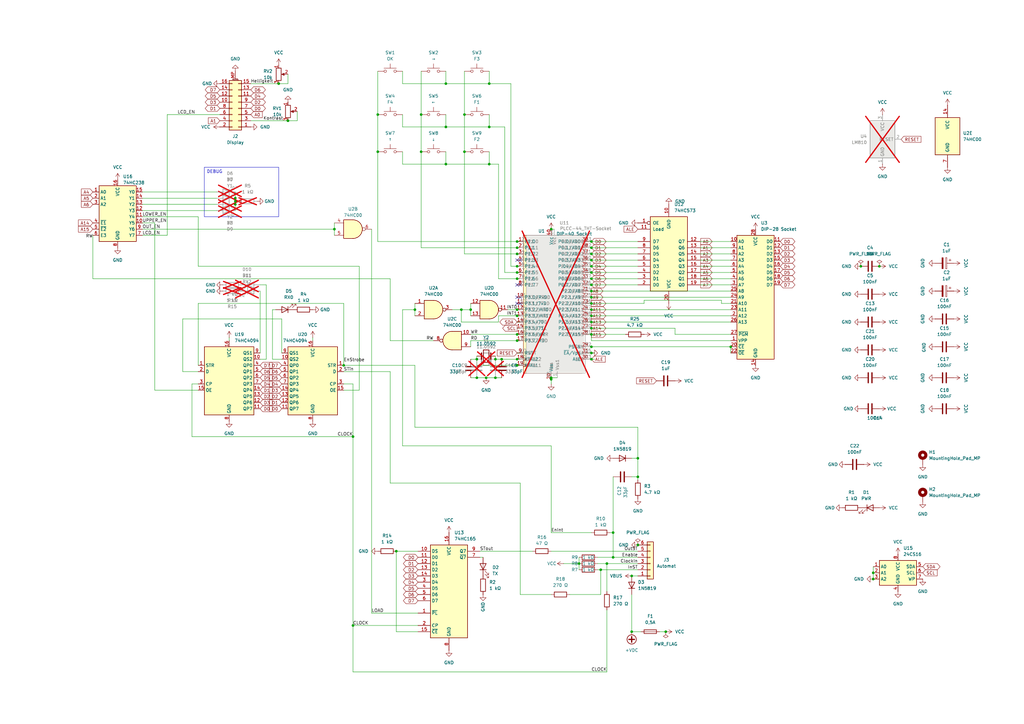
<source format=kicad_sch>
(kicad_sch (version 20250114) (generator "eeschema") (generator_version "9.0")
  (paper "A3")
  (title_block (title "Blaue Servicetastatur") (rev "1") (company "https://github.com/stonedDiscord/servicetastatur"))
  (text_box "DEBUG" (at 83.82 68.58 0) (size 30.48 20.32) (margins 0.9525 0.9525 0.9525 0.9525) (effects (font (size 1.27 1.27)) (justify left top)))
  (junction (at 193.04 127))
  (junction (at 170.18 127))
  (junction (at 242.57 114.3))
  (junction (at 261.62 223.52))
  (junction (at 182.88 52.07))
  (junction (at 195.58 147.32))
  (junction (at 261.62 187.96))
  (junction (at 242.57 134.62))
  (junction (at 226.06 154.94))
  (junction (at 200.66 67.31))
  (junction (at 242.57 116.84))
  (junction (at 203.2 154.94))
  (junction (at 205.74 147.32))
  (junction (at 246.38 233.68))
  (junction (at 242.57 121.92))
  (junction (at 261.62 195.58))
  (junction (at 212.09 111.76))
  (junction (at 358.14 234.95))
  (junction (at 212.09 137.16))
  (junction (at 199.39 154.94))
  (junction (at 358.14 237.49))
  (junction (at 212.09 104.14))
  (junction (at 172.72 46.99))
  (junction (at 299.72 142.24))
  (junction (at 259.08 259.08))
  (junction (at 242.57 132.08))
  (junction (at 242.57 124.46))
  (junction (at 226.06 93.98))
  (junction (at 212.09 109.22))
  (junction (at 96.52 81.28))
  (junction (at 212.09 147.32))
  (junction (at 96.52 82.55))
  (junction (at 182.88 34.29))
  (junction (at 203.2 147.32))
  (junction (at 140.97 149.86))
  (junction (at 212.09 114.3))
  (junction (at 242.57 119.38))
  (junction (at 172.72 62.23))
  (junction (at 242.57 144.78))
  (junction (at 212.09 139.7))
  (junction (at 242.57 104.14))
  (junction (at 251.46 218.44))
  (junction (at 242.57 109.22))
  (junction (at 353.06 109.22))
  (junction (at 259.08 236.22))
  (junction (at 189.23 127))
  (junction (at 242.57 99.06))
  (junction (at 212.09 149.86))
  (junction (at 251.46 228.6))
  (junction (at 154.94 62.23))
  (junction (at 212.09 101.6))
  (junction (at 242.57 137.16))
  (junction (at 190.5 46.99))
  (junction (at 114.3 34.29))
  (junction (at 242.57 127))
  (junction (at 212.09 99.06))
  (junction (at 242.57 106.68))
  (junction (at 242.57 147.32))
  (junction (at 212.09 127))
  (junction (at 200.66 34.29))
  (junction (at 360.68 109.22))
  (junction (at 242.57 142.24))
  (junction (at 144.78 179.07))
  (junction (at 162.56 226.06))
  (junction (at 212.09 129.54))
  (junction (at 200.66 52.07))
  (junction (at 242.57 111.76))
  (junction (at 96.52 83.82))
  (junction (at 237.49 231.14))
  (junction (at 154.94 46.99))
  (junction (at 137.16 93.98))
  (junction (at 248.92 231.14))
  (junction (at 226.06 155.575))
  (junction (at 242.57 101.6))
  (junction (at 242.57 129.54))
  (junction (at 118.11 49.53))
  (junction (at 144.78 256.54))
  (junction (at 190.5 62.23))
  (junction (at 273.05 259.08))
  (junction (at 195.58 154.94))
  (junction (at 182.88 67.31))
  (no_connect (at 212.09 121.92))
  (no_connect (at 213.36 121.92))
  (no_connect (at 213.36 124.46))
  (no_connect (at 213.36 106.68))
  (no_connect (at 212.09 124.46))
  (no_connect (at 213.36 116.84))
  (no_connect (at 212.09 116.84))
  (no_connect (at 212.09 106.68))
  (wire (pts (xy 251.46 218.44) (xy 251.46 228.6)))
  (wire (pts (xy 242.57 106.68) (xy 241.3 106.68)))
  (wire (pts (xy 276.86 137.16) (xy 299.72 137.16)))
  (wire (pts (xy 182.88 34.29) (xy 200.66 34.29)))
  (wire (pts (xy 198.12 228.6) (xy 196.85 228.6)))
  (wire (pts (xy 144.78 275.59) (xy 248.92 275.59)))
  (wire (pts (xy 193.04 139.7) (xy 212.09 139.7)))
  (wire (pts (xy 152.4 93.98) (xy 152.4 251.46)))
  (wire (pts (xy 162.56 226.06) (xy 171.45 226.06)))
  (wire (pts (xy 237.49 231.14) (xy 237.49 233.68)))
  (wire (pts (xy 182.88 52.07) (xy 200.66 52.07)))
  (wire (pts (xy 242.57 124.46) (xy 264.16 124.46)))
  (wire (pts (xy 242.57 137.16) (xy 241.3 137.16)))
  (wire (pts (xy 140.97 149.86) (xy 170.18 149.86)))
  (wire (pts (xy 81.28 160.02) (xy 63.5 160.02)))
  (wire (pts (xy 115.57 130.81) (xy 74.93 130.81)))
  (wire (pts (xy 58.42 93.98) (xy 137.16 93.98)))
  (wire (pts (xy 165.1 29.21) (xy 165.1 34.29)))
  (wire (pts (xy 358.14 234.95) (xy 358.14 237.49)))
  (wire (pts (xy 190.5 104.14) (xy 212.09 104.14)))
  (wire (pts (xy 170.18 124.46) (xy 170.18 127)))
  (wire (pts (xy 213.36 129.54) (xy 212.09 129.54)))
  (wire (pts (xy 242.57 124.46) (xy 241.3 124.46)))
  (wire (pts (xy 242.57 121.92) (xy 241.3 121.92)))
  (wire (pts (xy 259.08 195.58) (xy 261.62 195.58)))
  (wire (pts (xy 287.02 101.6) (xy 299.72 101.6)))
  (wire (pts (xy 177.8 139.7) (xy 160.02 139.7)))
  (wire (pts (xy 204.47 129.54) (xy 204.47 132.08)))
  (wire (pts (xy 144.78 179.07) (xy 78.74 179.07)))
  (wire (pts (xy 172.72 29.21) (xy 172.72 46.99)))
  (wire (pts (xy 213.36 147.32) (xy 212.09 147.32)))
  (wire (pts (xy 165.1 67.31) (xy 182.88 67.31)))
  (wire (pts (xy 102.87 49.53) (xy 118.11 49.53)))
  (wire (pts (xy 242.57 116.84) (xy 261.62 116.84)))
  (wire (pts (xy 193.04 127) (xy 193.04 129.54)))
  (wire (pts (xy 140.97 160.02) (xy 147.32 160.02)))
  (wire (pts (xy 248.92 231.14) (xy 261.62 231.14)))
  (wire (pts (xy 205.74 147.32) (xy 203.2 147.32)))
  (wire (pts (xy 242.57 99.06) (xy 261.62 99.06)))
  (wire (pts (xy 68.58 46.99) (xy 90.17 46.99)))
  (wire (pts (xy 242.57 127) (xy 241.3 127)))
  (wire (pts (xy 250.19 218.44) (xy 251.46 218.44)))
  (wire (pts (xy 137.16 91.44) (xy 137.16 93.98)))
  (wire (pts (xy 165.1 62.23) (xy 165.1 67.31)))
  (wire (pts (xy 182.88 67.31) (xy 200.66 67.31)))
  (wire (pts (xy 165.1 34.29) (xy 182.88 34.29)))
  (wire (pts (xy 106.68 116.84) (xy 109.22 116.84)))
  (wire (pts (xy 204.47 67.31) (xy 200.66 67.31)))
  (wire (pts (xy 287.02 99.06) (xy 299.72 99.06)))
  (wire (pts (xy 261.62 236.22) (xy 259.08 236.22)))
  (wire (pts (xy 121.92 45.72) (xy 121.92 49.53)))
  (wire (pts (xy 96.52 86.36) (xy 96.52 83.82)))
  (wire (pts (xy 242.57 137.16) (xy 256.54 137.16)))
  (wire (pts (xy 212.09 149.86) (xy 195.58 149.86)))
  (wire (pts (xy 109.22 116.84) (xy 109.22 147.32)))
  (wire (pts (xy 137.16 93.98) (xy 137.16 96.52)))
  (wire (pts (xy 242.57 114.3) (xy 241.3 114.3)))
  (wire (pts (xy 261.62 195.58) (xy 261.62 187.96)))
  (wire (pts (xy 299.72 139.7) (xy 242.57 139.7)))
  (wire (pts (xy 154.94 29.21) (xy 154.94 46.99)))
  (wire (pts (xy 245.11 228.6) (xy 251.46 228.6)))
  (wire (pts (xy 190.5 29.21) (xy 190.5 46.99)))
  (wire (pts (xy 111.76 127) (xy 113.03 127)))
  (wire (pts (xy 58.42 78.74) (xy 88.9 78.74)))
  (wire (pts (xy 242.57 127) (xy 299.72 127)))
  (wire (pts (xy 213.36 109.22) (xy 212.09 109.22)))
  (wire (pts (xy 251.46 195.58) (xy 251.46 218.44)))
  (wire (pts (xy 242.57 104.14) (xy 261.62 104.14)))
  (wire (pts (xy 152.4 251.46) (xy 171.45 251.46)))
  (wire (pts (xy 193.04 137.16) (xy 212.09 137.16)))
  (wire (pts (xy 242.57 119.38) (xy 241.3 119.38)))
  (wire (pts (xy 213.36 101.6) (xy 212.09 101.6)))
  (wire (pts (xy 63.5 91.44) (xy 58.42 91.44)))
  (wire (pts (xy 213.36 198.12) (xy 160.02 198.12)))
  (wire (pts (xy 213.36 243.84) (xy 213.36 198.12)))
  (wire (pts (xy 97.79 82.55) (xy 96.52 82.55)))
  (wire (pts (xy 140.97 124.46) (xy 140.97 149.86)))
  (wire (pts (xy 195.58 149.86) (xy 195.58 147.32)))
  (wire (pts (xy 212.09 114.3) (xy 204.47 114.3)))
  (wire (pts (xy 195.58 146.05) (xy 195.58 147.32)))
  (wire (pts (xy 128.27 139.7) (xy 128.27 138.43)))
  (wire (pts (xy 204.47 67.31) (xy 204.47 114.3)))
  (wire (pts (xy 242.57 116.84) (xy 241.3 116.84)))
  (wire (pts (xy 193.04 124.46) (xy 193.04 127)))
  (wire (pts (xy 213.36 104.14) (xy 212.09 104.14)))
  (wire (pts (xy 193.04 147.32) (xy 195.58 147.32)))
  (wire (pts (xy 207.01 52.07) (xy 200.66 52.07)))
  (wire (pts (xy 242.57 101.6) (xy 261.62 101.6)))
  (wire (pts (xy 147.32 160.02) (xy 147.32 109.22)))
  (wire (pts (xy 106.68 119.38) (xy 106.68 144.78)))
  (wire (pts (xy 118.11 30.48) (xy 118.11 34.29)))
  (wire (pts (xy 213.36 243.84) (xy 226.06 243.84)))
  (wire (pts (xy 205.74 154.94) (xy 203.2 154.94)))
  (wire (pts (xy 261.62 175.26) (xy 261.62 187.96)))
  (wire (pts (xy 246.38 233.68) (xy 245.11 233.68)))
  (wire (pts (xy 58.42 81.28) (xy 88.9 81.28)))
  (wire (pts (xy 81.28 88.9) (xy 58.42 88.9)))
  (wire (pts (xy 242.57 121.92) (xy 299.72 121.92)))
  (wire (pts (xy 189.23 127) (xy 193.04 127)))
  (wire (pts (xy 358.14 232.41) (xy 358.14 234.95)))
  (wire (pts (xy 170.18 127) (xy 170.18 129.54)))
  (wire (pts (xy 226.06 218.44) (xy 226.06 182.88)))
  (wire (pts (xy 299.72 142.24) (xy 299.72 144.78)))
  (wire (pts (xy 121.92 49.53) (xy 118.11 49.53)))
  (wire (pts (xy 212.09 111.76) (xy 207.01 111.76)))
  (wire (pts (xy 78.74 157.48) (xy 81.28 157.48)))
  (wire (pts (xy 172.72 101.6) (xy 172.72 62.23)))
  (wire (pts (xy 245.11 231.14) (xy 248.92 231.14)))
  (wire (pts (xy 171.45 259.08) (xy 162.56 259.08)))
  (wire (pts (xy 287.02 106.68) (xy 299.72 106.68)))
  (wire (pts (xy 74.93 152.4) (xy 81.28 152.4)))
  (wire (pts (xy 231.14 231.14) (xy 237.49 231.14)))
  (wire (pts (xy 242.57 147.32) (xy 241.3 147.32)))
  (wire (pts (xy 242.57 144.78) (xy 241.3 144.78)))
  (wire (pts (xy 270.51 259.08) (xy 273.05 259.08)))
  (wire (pts (xy 68.58 96.52) (xy 68.58 46.99)))
  (wire (pts (xy 213.36 134.62) (xy 212.09 134.62)))
  (wire (pts (xy 212.09 129.54) (xy 204.47 129.54)))
  (wire (pts (xy 233.68 243.84) (xy 246.38 243.84)))
  (wire (pts (xy 172.72 101.6) (xy 212.09 101.6)))
  (wire (pts (xy 96.52 83.82) (xy 96.52 82.55)))
  (wire (pts (xy 248.92 231.14) (xy 248.92 242.57)))
  (wire (pts (xy 144.78 256.54) (xy 144.78 275.59)))
  (wire (pts (xy 160.02 139.7) (xy 160.02 114.3)))
  (wire (pts (xy 144.78 157.48) (xy 144.78 179.07)))
  (wire (pts (xy 78.74 179.07) (xy 78.74 157.48)))
  (wire (pts (xy 185.42 127) (xy 189.23 127)))
  (wire (pts (xy 287.02 111.76) (xy 299.72 111.76)))
  (wire (pts (xy 248.92 275.59) (xy 248.92 250.19)))
  (wire (pts (xy 182.88 29.21) (xy 182.88 34.29)))
  (wire (pts (xy 182.88 46.99) (xy 182.88 52.07)))
  (wire (pts (xy 226.06 154.94) (xy 228.6 154.94)))
  (wire (pts (xy 226.06 155.575) (xy 226.06 154.94)))
  (wire (pts (xy 242.57 111.76) (xy 241.3 111.76)))
  (wire (pts (xy 74.93 130.81) (xy 74.93 152.4)))
  (wire (pts (xy 264.16 123.19) (xy 264.16 124.46)))
  (wire (pts (xy 287.02 116.84) (xy 299.72 116.84)))
  (wire (pts (xy 213.36 144.78) (xy 212.09 144.78)))
  (wire (pts (xy 276.86 134.62) (xy 276.86 137.16)))
  (wire (pts (xy 213.36 139.7) (xy 212.09 139.7)))
  (wire (pts (xy 170.18 149.86) (xy 170.18 175.26)))
  (wire (pts (xy 287.02 104.14) (xy 299.72 104.14)))
  (wire (pts (xy 165.1 182.88) (xy 165.1 127)))
  (wire (pts (xy 237.49 228.6) (xy 237.49 231.14)))
  (wire (pts (xy 299.72 124.46) (xy 295.91 124.46)))
  (wire (pts (xy 295.91 124.46) (xy 295.91 123.19)))
  (wire (pts (xy 287.02 114.3) (xy 299.72 114.3)))
  (wire (pts (xy 251.46 228.6) (xy 261.62 228.6)))
  (wire (pts (xy 58.42 83.82) (xy 88.9 83.82)))
  (wire (pts (xy 242.57 109.22) (xy 241.3 109.22)))
  (wire (pts (xy 154.94 46.99) (xy 154.94 62.23)))
  (wire (pts (xy 259.08 243.84) (xy 259.08 259.08)))
  (wire (pts (xy 165.1 46.99) (xy 165.1 52.07)))
  (wire (pts (xy 200.66 52.07) (xy 200.66 46.99)))
  (wire (pts (xy 227.33 93.98) (xy 226.06 93.98)))
  (wire (pts (xy 212.09 109.22) (xy 209.55 109.22)))
  (wire (pts (xy 199.39 154.94) (xy 203.2 154.94)))
  (wire (pts (xy 242.57 129.54) (xy 299.72 129.54)))
  (wire (pts (xy 162.56 259.08) (xy 162.56 226.06)))
  (wire (pts (xy 243.84 144.78) (xy 242.57 144.78)))
  (wire (pts (xy 109.22 147.32) (xy 106.68 147.32)))
  (wire (pts (xy 242.57 129.54) (xy 241.3 129.54)))
  (wire (pts (xy 96.52 81.28) (xy 96.52 78.74)))
  (wire (pts (xy 93.98 139.7) (xy 93.98 138.43)))
  (wire (pts (xy 242.57 134.62) (xy 241.3 134.62)))
  (wire (pts (xy 226.06 182.88) (xy 165.1 182.88)))
  (wire (pts (xy 165.1 127) (xy 170.18 127)))
  (wire (pts (xy 242.57 114.3) (xy 261.62 114.3)))
  (wire (pts (xy 242.57 134.62) (xy 276.86 134.62)))
  (wire (pts (xy 182.88 62.23) (xy 182.88 67.31)))
  (wire (pts (xy 207.01 52.07) (xy 207.01 111.76)))
  (wire (pts (xy 213.36 149.86) (xy 212.09 149.86)))
  (wire (pts (xy 242.57 101.6) (xy 241.3 101.6)))
  (wire (pts (xy 102.87 34.29) (xy 114.3 34.29)))
  (wire (pts (xy 226.06 157.48) (xy 226.06 155.575)))
  (wire (pts (xy 242.57 106.68) (xy 261.62 106.68)))
  (wire (pts (xy 154.94 99.06) (xy 212.09 99.06)))
  (wire (pts (xy 170.18 175.26) (xy 261.62 175.26)))
  (wire (pts (xy 165.1 52.07) (xy 182.88 52.07)))
  (wire (pts (xy 242.57 132.08) (xy 241.3 132.08)))
  (wire (pts (xy 147.32 109.22) (xy 81.28 109.22)))
  (wire (pts (xy 118.11 34.29) (xy 114.3 34.29)))
  (wire (pts (xy 242.57 99.06) (xy 241.3 99.06)))
  (wire (pts (xy 242.57 109.22) (xy 261.62 109.22)))
  (wire (pts (xy 58.42 96.52) (xy 68.58 96.52)))
  (wire (pts (xy 287.02 109.22) (xy 299.72 109.22)))
  (wire (pts (xy 140.97 124.46) (xy 81.28 124.46)))
  (wire (pts (xy 242.57 137.16) (xy 242.57 139.7)))
  (wire (pts (xy 196.85 226.06) (xy 218.44 226.06)))
  (wire (pts (xy 144.78 256.54) (xy 171.45 256.54)))
  (wire (pts (xy 200.66 34.29) (xy 200.66 29.21)))
  (wire (pts (xy 213.36 132.08) (xy 212.09 132.08)))
  (wire (pts (xy 208.28 127) (xy 212.09 127)))
  (wire (pts (xy 213.36 137.16) (xy 212.09 137.16)))
  (wire (pts (xy 203.2 146.05) (xy 203.2 147.32)))
  (wire (pts (xy 261.62 196.85) (xy 261.62 195.58)))
  (wire (pts (xy 160.02 198.12) (xy 160.02 152.4)))
  (wire (pts (xy 242.57 132.08) (xy 299.72 132.08)))
  (wire (pts (xy 193.04 142.24) (xy 193.04 139.7)))
  (wire (pts (xy 205.74 147.32) (xy 212.09 147.32)))
  (wire (pts (xy 246.38 233.68) (xy 246.38 243.84)))
  (wire (pts (xy 160.02 114.3) (xy 38.1 114.3)))
  (wire (pts (xy 96.52 82.55) (xy 96.52 81.28)))
  (wire (pts (xy 242.57 218.44) (xy 226.06 218.44)))
  (wire (pts (xy 38.1 114.3) (xy 38.1 96.52)))
  (wire (pts (xy 189.23 132.08) (xy 189.23 127)))
  (wire (pts (xy 160.02 152.4) (xy 140.97 152.4)))
  (wire (pts (xy 144.78 179.07) (xy 144.78 256.54)))
  (wire (pts (xy 259.08 259.08) (xy 262.89 259.08)))
  (wire (pts (xy 243.84 147.32) (xy 242.57 147.32)))
  (wire (pts (xy 209.55 34.29) (xy 209.55 109.22)))
  (wire (pts (xy 115.57 144.78) (xy 115.57 130.81)))
  (wire (pts (xy 242.57 119.38) (xy 299.72 119.38)))
  (wire (pts (xy 226.06 226.06) (xy 261.62 226.06)))
  (wire (pts (xy 209.55 34.29) (xy 200.66 34.29)))
  (wire (pts (xy 261.62 187.96) (xy 259.08 187.96)))
  (wire (pts (xy 190.5 104.14) (xy 190.5 62.23)))
  (wire (pts (xy 213.36 111.76) (xy 212.09 111.76)))
  (wire (pts (xy 63.5 91.44) (xy 63.5 160.02)))
  (wire (pts (xy 81.28 124.46) (xy 81.28 149.86)))
  (wire (pts (xy 261.62 233.68) (xy 246.38 233.68)))
  (wire (pts (xy 242.57 142.24) (xy 241.3 142.24)))
  (wire (pts (xy 213.36 114.3) (xy 212.09 114.3)))
  (wire (pts (xy 58.42 86.36) (xy 88.9 86.36)))
  (wire (pts (xy 242.57 142.24) (xy 299.72 142.24)))
  (wire (pts (xy 154.94 99.06) (xy 154.94 62.23)))
  (wire (pts (xy 295.91 123.19) (xy 264.16 123.19)))
  (wire (pts (xy 111.76 147.32) (xy 111.76 127)))
  (wire (pts (xy 242.57 104.14) (xy 241.3 104.14)))
  (wire (pts (xy 115.57 147.32) (xy 111.76 147.32)))
  (wire (pts (xy 193.04 154.94) (xy 195.58 154.94)))
  (wire (pts (xy 200.66 67.31) (xy 200.66 62.23)))
  (wire (pts (xy 190.5 46.99) (xy 190.5 62.23)))
  (wire (pts (xy 213.36 99.06) (xy 212.09 99.06)))
  (wire (pts (xy 195.58 154.94) (xy 199.39 154.94)))
  (wire (pts (xy 81.28 109.22) (xy 81.28 88.9)))
  (wire (pts (xy 213.36 127) (xy 212.09 127)))
  (wire (pts (xy 204.47 132.08) (xy 189.23 132.08)))
  (wire (pts (xy 140.97 157.48) (xy 144.78 157.48)))
  (wire (pts (xy 172.72 46.99) (xy 172.72 62.23)))
  (wire (pts (xy 242.57 111.76) (xy 261.62 111.76)))
  (label "EnInt" (at 226.06 218.44 0))
  (label "UPPER_EN" (at 58.42 91.44 0))
  (label "RW" (at 177.8 139.7 180))
  (label "Helligkeit" (at 102.87 34.29 0))
  (label "STout" (at 196.85 226.06 0))
  (label "STin" (at 140.97 152.4 0))
  (label "OUT_EN" (at 58.42 93.98 0))
  (label "LOAD" (at 152.4 251.46 0))
  (label "CLOCK" (at 144.78 179.07 180))
  (label "LCD_EN" (at 58.42 96.52 0))
  (label "INT1" (at 212.09 129.54 180))
  (label "InST" (at 261.62 233.68 180))
  (label "OutST" (at 261.62 226.06 180))
  (label "Enable" (at 261.62 228.6 180))
  (label "EnStrobe" (at 140.97 148.59 0))
  (label "INT0" (at 212.09 127 180))
  (label "WR" (at 193.04 137.16 0))
  (label "LCD_EN" (at 80.01 46.99 180))
  (label "CLOCK" (at 248.92 275.59 180))
  (label "LOWER_EN" (at 58.42 88.9 0))
  (label "Kontrast" (at 107.95 49.53 0))
  (label "RW" (at 38.1 97.79 180))
  (label "ClockIn" (at 261.62 231.14 180))
  (label "CLOCK" (at 144.78 256.54 0))
  (label "RD" (at 193.04 139.7 0))
  (global_label "A14" (shape output) (at 242.57 134.62 0) (property "Intersheetrefs" "${INTERSHEET_REFS}" (effects (hide yes))))
  (global_label "D2" (shape bidirectional) (at 102.87 41.91 0) (property "Intersheetrefs" "${INTERSHEET_REFS}" (effects (hide yes))))
  (global_label "A6" (shape input) (at 292.1 114.3 180) (property "Intersheetrefs" "${INTERSHEET_REFS}" (effects (hide yes))))
  (global_label "D4" (shape input) (at 115.57 157.48 180) (property "Intersheetrefs" "${INTERSHEET_REFS}" (effects (hide yes))))
  (global_label "D5" (shape input) (at 106.68 154.94 0) (property "Intersheetrefs" "${INTERSHEET_REFS}" (effects (hide yes))))
  (global_label "A4" (shape input) (at 292.1 109.22 180) (property "Intersheetrefs" "${INTERSHEET_REFS}" (effects (hide yes))))
  (global_label "D1" (shape bidirectional) (at 242.57 101.6 0) (property "Intersheetrefs" "${INTERSHEET_REFS}" (effects (hide yes))))
  (global_label "A5" (shape input) (at 38.1 81.28 180) (property "Intersheetrefs" "${INTERSHEET_REFS}" (effects (hide yes))))
  (global_label "D2" (shape bidirectional) (at 320.04 104.14 0) (property "Intersheetrefs" "${INTERSHEET_REFS}" (effects (hide yes))))
  (global_label "D1" (shape input) (at 106.68 160.02 0) (property "Intersheetrefs" "${INTERSHEET_REFS}" (effects (hide yes))))
  (global_label "A5" (shape input) (at 292.1 111.76 180) (property "Intersheetrefs" "${INTERSHEET_REFS}" (effects (hide yes))))
  (global_label "D4" (shape bidirectional) (at 102.87 39.37 0) (property "Intersheetrefs" "${INTERSHEET_REFS}" (effects (hide yes))))
  (global_label "SCL" (shape input) (at 378.46 234.95 0) (property "Intersheetrefs" "${INTERSHEET_REFS}" (effects (hide yes))))
  (global_label "D5" (shape input) (at 115.57 154.94 180) (property "Intersheetrefs" "${INTERSHEET_REFS}" (effects (hide yes))))
  (global_label "D6" (shape bidirectional) (at 171.45 243.84 180) (property "Intersheetrefs" "${INTERSHEET_REFS}" (effects (hide yes))))
  (global_label "A10" (shape output) (at 242.57 124.46 0) (property "Intersheetrefs" "${INTERSHEET_REFS}" (effects (hide yes))))
  (global_label "D6" (shape bidirectional) (at 102.87 36.83 0) (property "Intersheetrefs" "${INTERSHEET_REFS}" (effects (hide yes))))
  (global_label "D1" (shape bidirectional) (at 320.04 101.6 0) (property "Intersheetrefs" "${INTERSHEET_REFS}" (effects (hide yes))))
  (global_label "D3" (shape input) (at 115.57 160.02 180) (property "Intersheetrefs" "${INTERSHEET_REFS}" (effects (hide yes))))
  (global_label "ALE" (shape input) (at 242.57 147.32 0) (property "Intersheetrefs" "${INTERSHEET_REFS}" (effects (hide yes))))
  (global_label "A8" (shape output) (at 242.57 119.38 0) (property "Intersheetrefs" "${INTERSHEET_REFS}" (effects (hide yes))))
  (global_label "D3" (shape bidirectional) (at 171.45 236.22 180) (property "Intersheetrefs" "${INTERSHEET_REFS}" (effects (hide yes))))
  (global_label "A15" (shape output) (at 242.57 137.16 0) (property "Intersheetrefs" "${INTERSHEET_REFS}" (effects (hide yes))))
  (global_label "SCL" (shape output) (at 212.09 134.62 180) (property "Intersheetrefs" "${INTERSHEET_REFS}" (effects (hide yes))))
  (global_label "D7" (shape bidirectional) (at 242.57 116.84 0) (property "Intersheetrefs" "${INTERSHEET_REFS}" (effects (hide yes))))
  (global_label "D4" (shape bidirectional) (at 242.57 109.22 0) (property "Intersheetrefs" "${INTERSHEET_REFS}" (effects (hide yes))))
  (global_label "D2" (shape bidirectional) (at 171.45 233.68 180) (property "Intersheetrefs" "${INTERSHEET_REFS}" (effects (hide yes))))
  (global_label "RESET" (shape input) (at 269.24 156.21 180) (property "Intersheetrefs" "${INTERSHEET_REFS}" (effects (hide yes))))
  (global_label "A0" (shape input) (at 102.87 46.99 0) (property "Intersheetrefs" "${INTERSHEET_REFS}" (effects (hide yes))))
  (global_label "D3" (shape input) (at 106.68 165.1 0) (property "Intersheetrefs" "${INTERSHEET_REFS}" (effects (hide yes))))
  (global_label "SDA" (shape bidirectional) (at 378.46 232.41 0) (property "Intersheetrefs" "${INTERSHEET_REFS}" (effects (hide yes))))
  (global_label "D5" (shape bidirectional) (at 171.45 241.3 180) (property "Intersheetrefs" "${INTERSHEET_REFS}" (effects (hide yes))))
  (global_label "D1" (shape input) (at 115.57 165.1 180) (property "Intersheetrefs" "${INTERSHEET_REFS}" (effects (hide yes))))
  (global_label "D5" (shape bidirectional) (at 90.17 39.37 180) (property "Intersheetrefs" "${INTERSHEET_REFS}" (effects (hide yes))))
  (global_label "D6" (shape input) (at 115.57 152.4 180) (property "Intersheetrefs" "${INTERSHEET_REFS}" (effects (hide yes))))
  (global_label "RESET" (shape input) (at 212.09 144.78 180) (property "Intersheetrefs" "${INTERSHEET_REFS}" (effects (hide yes))))
  (global_label "A12" (shape output) (at 242.57 129.54 0) (property "Intersheetrefs" "${INTERSHEET_REFS}" (effects (hide yes))))
  (global_label "D3" (shape bidirectional) (at 320.04 106.68 0) (property "Intersheetrefs" "${INTERSHEET_REFS}" (effects (hide yes))))
  (global_label "D7" (shape input) (at 115.57 149.86 180) (property "Intersheetrefs" "${INTERSHEET_REFS}" (effects (hide yes))))
  (global_label "D6" (shape bidirectional) (at 320.04 114.3 0) (property "Intersheetrefs" "${INTERSHEET_REFS}" (effects (hide yes))))
  (global_label "D6" (shape input) (at 106.68 152.4 0) (property "Intersheetrefs" "${INTERSHEET_REFS}" (effects (hide yes))))
  (global_label "D0" (shape input) (at 106.68 167.64 0) (property "Intersheetrefs" "${INTERSHEET_REFS}" (effects (hide yes))))
  (global_label "D5" (shape bidirectional) (at 320.04 111.76 0) (property "Intersheetrefs" "${INTERSHEET_REFS}" (effects (hide yes))))
  (global_label "D0" (shape bidirectional) (at 242.57 99.06 0) (property "Intersheetrefs" "${INTERSHEET_REFS}" (effects (hide yes))))
  (global_label "D4" (shape input) (at 106.68 157.48 0) (property "Intersheetrefs" "${INTERSHEET_REFS}" (effects (hide yes))))
  (global_label "D2" (shape input) (at 106.68 162.56 0) (property "Intersheetrefs" "${INTERSHEET_REFS}" (effects (hide yes))))
  (global_label "D3" (shape bidirectional) (at 90.17 41.91 180) (property "Intersheetrefs" "${INTERSHEET_REFS}" (effects (hide yes))))
  (global_label "D7" (shape input) (at 106.68 149.86 0) (property "Intersheetrefs" "${INTERSHEET_REFS}" (effects (hide yes))))
  (global_label "D1" (shape bidirectional) (at 171.45 231.14 180) (property "Intersheetrefs" "${INTERSHEET_REFS}" (effects (hide yes))))
  (global_label "D2" (shape input) (at 115.57 162.56 180) (property "Intersheetrefs" "${INTERSHEET_REFS}" (effects (hide yes))))
  (global_label "A2" (shape input) (at 292.1 104.14 180) (property "Intersheetrefs" "${INTERSHEET_REFS}" (effects (hide yes))))
  (global_label "D6" (shape bidirectional) (at 242.57 114.3 0) (property "Intersheetrefs" "${INTERSHEET_REFS}" (effects (hide yes))))
  (global_label "RESET" (shape input) (at 369.57 57.15 0) (property "Intersheetrefs" "${INTERSHEET_REFS}" (effects (hide yes))))
  (global_label "A15" (shape input) (at 38.1 93.98 180) (property "Intersheetrefs" "${INTERSHEET_REFS}" (effects (hide yes))))
  (global_label "A9" (shape output) (at 242.57 121.92 0) (property "Intersheetrefs" "${INTERSHEET_REFS}" (effects (hide yes))))
  (global_label "A14" (shape input) (at 38.1 91.44 180) (property "Intersheetrefs" "${INTERSHEET_REFS}" (effects (hide yes))))
  (global_label "A0" (shape input) (at 292.1 99.06 180) (property "Intersheetrefs" "${INTERSHEET_REFS}" (effects (hide yes))))
  (global_label "D0" (shape bidirectional) (at 320.04 99.06 0) (property "Intersheetrefs" "${INTERSHEET_REFS}" (effects (hide yes))))
  (global_label "D5" (shape bidirectional) (at 242.57 111.76 0) (property "Intersheetrefs" "${INTERSHEET_REFS}" (effects (hide yes))))
  (global_label "D3" (shape bidirectional) (at 242.57 106.68 0) (property "Intersheetrefs" "${INTERSHEET_REFS}" (effects (hide yes))))
  (global_label "A4" (shape input) (at 38.1 78.74 180) (property "Intersheetrefs" "${INTERSHEET_REFS}" (effects (hide yes))))
  (global_label "A1" (shape input) (at 292.1 101.6 180) (property "Intersheetrefs" "${INTERSHEET_REFS}" (effects (hide yes))))
  (global_label "A1" (shape input) (at 90.17 49.53 180) (property "Intersheetrefs" "${INTERSHEET_REFS}" (effects (hide yes))))
  (global_label "A11" (shape output) (at 242.57 127 0) (property "Intersheetrefs" "${INTERSHEET_REFS}" (effects (hide yes))))
  (global_label "D7" (shape bidirectional) (at 171.45 246.38 180) (property "Intersheetrefs" "${INTERSHEET_REFS}" (effects (hide yes))))
  (global_label "D0" (shape bidirectional) (at 171.45 228.6 180) (property "Intersheetrefs" "${INTERSHEET_REFS}" (effects (hide yes))))
  (global_label "A13" (shape output) (at 242.57 132.08 0) (property "Intersheetrefs" "${INTERSHEET_REFS}" (effects (hide yes))))
  (global_label "A7" (shape input) (at 292.1 116.84 180) (property "Intersheetrefs" "${INTERSHEET_REFS}" (effects (hide yes))))
  (global_label "D1" (shape bidirectional) (at 90.17 44.45 180) (property "Intersheetrefs" "${INTERSHEET_REFS}" (effects (hide yes))))
  (global_label "SDA" (shape bidirectional) (at 212.09 132.08 180) (property "Intersheetrefs" "${INTERSHEET_REFS}" (effects (hide yes))))
  (global_label "D0" (shape bidirectional) (at 102.87 44.45 0) (property "Intersheetrefs" "${INTERSHEET_REFS}" (effects (hide yes))))
  (global_label "A3" (shape input) (at 292.1 106.68 180) (property "Intersheetrefs" "${INTERSHEET_REFS}" (effects (hide yes))))
  (global_label "D4" (shape bidirectional) (at 320.04 109.22 0) (property "Intersheetrefs" "${INTERSHEET_REFS}" (effects (hide yes))))
  (global_label "D2" (shape bidirectional) (at 242.57 104.14 0) (property "Intersheetrefs" "${INTERSHEET_REFS}" (effects (hide yes))))
  (global_label "D7" (shape bidirectional) (at 90.17 36.83 180) (property "Intersheetrefs" "${INTERSHEET_REFS}" (effects (hide yes))))
  (global_label "D7" (shape bidirectional) (at 320.04 116.84 0) (property "Intersheetrefs" "${INTERSHEET_REFS}" (effects (hide yes))))
  (global_label "A6" (shape input) (at 38.1 83.82 180) (property "Intersheetrefs" "${INTERSHEET_REFS}" (effects (hide yes))))
  (global_label "D4" (shape bidirectional) (at 171.45 238.76 180) (property "Intersheetrefs" "${INTERSHEET_REFS}" (effects (hide yes))))
  (global_label "D0" (shape input) (at 115.57 167.64 180) (property "Intersheetrefs" "${INTERSHEET_REFS}" (effects (hide yes))))
  (global_label "ALE" (shape input) (at 261.62 93.98 180) (property "Intersheetrefs" "${INTERSHEET_REFS}" (effects (hide yes))))
  (symbol (lib_id "Device:C") (at 387.35 167.64 90) (unit 1)
    (property "Reference" "C18" (at 387.35 160.02 90))
    (property "Value" "100nF" (at 387.35 162.56 90))
    (property "Footprint" "Capacitor_SMD:C_0805_2012Metric" (effects (hide yes)))
    (property "Description" "Unpolarized capacitor" (effects (hide yes)))
  )
  (symbol (lib_id "Device:LED") (at 92.71 83.82 0) (mirror y) (unit 1) (dnp yes)
    (property "Reference" "D8" (at 94.2975 91.44 0))
    (property "Value" "Y2" (at 94.2975 88.9 0))
    (property "Footprint" "LED_SMD:LED_0805_2012Metric" (effects (hide yes)))
    (property "Description" "Light emitting diode" (effects (hide yes)))
    (property "Sim.Pins" "1=K 2=A" (effects (hide yes)))
  )
  (symbol (lib_id "Device:C") (at 350.52 190.5 90) (unit 1)
    (property "Reference" "C22" (at 350.52 182.88 90))
    (property "Value" "100nF" (at 350.52 185.42 90))
    (property "Footprint" "Capacitor_SMD:C_0805_2012Metric" (effects (hide yes)))
    (property "Description" "Unpolarized capacitor" (effects (hide yes)))
  )
  (symbol (lib_id "power:VCC") (at 93.98 138.43 0) (unit 1)
    (property "Reference" "#PWR056" (effects (hide yes)))
    (property "Value" "VCC" (at 93.98 133.35 0))
    (property "Description" "Power symbol creates a global label with name \"VCC\"" (effects (hide yes)))
  )
  (symbol (lib_id "74xx:74HC00") (at 144.78 93.98 0) (unit 2)
    (property "Reference" "U2" (at 144.7717 85.725 0))
    (property "Value" "74HC00" (at 144.7717 88.265 0))
    (property "Footprint" "Package_SO:SOIC-14_3.9x8.7mm_P1.27mm" (effects (hide yes)))
    (property "Datasheet" "http://www.ti.com/lit/gpn/sn74hc00" (effects (hide yes)))
    (property "Description" "quad 2-input NAND gate" (effects (hide yes)))
  )
  (symbol (lib_id "power:GND") (at 383.54 130.81 270) (mirror x) (unit 1)
    (property "Reference" "#PWR043" (effects (hide yes)))
    (property "Value" "GND" (at 378.46 130.81 0))
    (property "Description" "Power symbol creates a global label with name \"GND\" , ground" (effects (hide yes)))
  )
  (symbol (lib_id "power:VBUS") (at 259.08 236.22 90) (unit 1)
    (property "Reference" "#PWR013" (effects (hide yes)))
    (property "Value" "VBUS" (at 255.27 236.2199 90) (effects (justify left)))
    (property "Description" "Power symbol creates a global label with name \"VBUS\"" (effects (hide yes)))
  )
  (symbol (lib_id "Device:R") (at 241.3 231.14 90) (unit 1)
    (property "Reference" "R8" (at 235.712 231.14 90))
    (property "Value" "1 kΩ" (at 241.3 231.14 90))
    (property "Footprint" "Resistor_SMD:R_0603_1608Metric" (effects (hide yes)))
    (property "Description" "Resistor" (effects (hide yes)))
  )
  (symbol (lib_id "Device:C_Polarized") (at 387.35 107.95 270) (unit 1)
    (property "Reference" "C1" (at 388.239 100.33 90))
    (property "Value" "1uF" (at 388.239 102.87 90))
    (property "Footprint" "Capacitor_SMD:C_1206_3216Metric" (effects (hide yes)))
    (property "Description" "Polarized capacitor" (effects (hide yes)))
  )
  (symbol (lib_id "Device:R") (at 229.87 243.84 90) (unit 1)
    (property "Reference" "R18" (at 229.87 237.49 90))
    (property "Value" "270 Ω" (at 229.87 240.03 90))
    (property "Footprint" "Resistor_SMD:R_0603_1608Metric" (effects (hide yes)))
    (property "Description" "Resistor" (effects (hide yes)))
  )
  (symbol (lib_id "Switch:SW_Push") (at 195.58 62.23 0) (unit 1)
    (property "Reference" "SW9" (at 195.58 54.61 0))
    (property "Value" "F2" (at 195.58 57.15 0))
    (property "Footprint" "Button_Switch_SMD:SW_Push_1P1T_XKB_TS-1187A" (effects (hide yes)))
    (property "Description" "Push button switch, generic, two pins" (effects (hide yes)))
  )
  (symbol (lib_id "Device:R") (at 349.25 208.28 90) (unit 1)
    (property "Reference" "R1" (at 349.25 201.93 90))
    (property "Value" "1 kΩ" (at 349.25 204.47 90))
    (property "Footprint" "Resistor_SMD:R_0603_1608Metric" (effects (hide yes)))
    (property "Description" "Resistor" (effects (hide yes)))
  )
  (symbol (lib_id "74xx:74HC00") (at 185.42 139.7 180) (unit 3)
    (property "Reference" "U2" (at 185.4283 130.81 0))
    (property "Value" "74HC00" (at 185.4283 133.35 0))
    (property "Footprint" "Package_SO:SOIC-14_3.9x8.7mm_P1.27mm" (effects (hide yes)))
    (property "Datasheet" "http://www.ti.com/lit/gpn/sn74hc00" (effects (hide yes)))
    (property "Description" "quad 2-input NAND gate" (effects (hide yes)))
  )
  (symbol (lib_id "power:VCC") (at 391.16 142.24 270) (unit 1)
    (property "Reference" "#PWR061" (effects (hide yes)))
    (property "Value" "VCC" (at 396.24 142.24 0))
    (property "Description" "Power symbol creates a global label with name \"VCC\"" (effects (hide yes)))
  )
  (symbol (lib_id "power:VCC") (at 274.32 124.46 180) (unit 1)
    (property "Reference" "#PWR036" (effects (hide yes)))
    (property "Value" "VCC" (at 274.32 129.54 0))
    (property "Description" "Power symbol creates a global label with name \"VCC\"" (effects (hide yes)))
  )
  (symbol (lib_id "Device:R") (at 124.46 127 270) (unit 1)
    (property "Reference" "R4" (at 124.46 120.65 90))
    (property "Value" "1 kΩ" (at 124.46 123.19 90))
    (property "Footprint" "Resistor_SMD:R_0603_1608Metric" (effects (hide yes)))
    (property "Description" "Resistor" (effects (hide yes)))
  )
  (symbol (lib_id "Switch:SW_Push") (at 160.02 46.99 0) (unit 1)
    (property "Reference" "SW4" (at 160.02 39.37 0))
    (property "Value" "F4" (at 160.02 41.91 0))
    (property "Footprint" "Button_Switch_SMD:SW_Push_1P1T_XKB_TS-1187A" (effects (hide yes)))
    (property "Description" "Push button switch, generic, two pins" (effects (hide yes)))
  )
  (symbol (lib_id "Device:C") (at 203.2 151.13 180) (unit 1) (in_bom no) (dnp yes)
    (property "Reference" "C11" (at 207.01 149.8599 0) (effects (justify right)))
    (property "Value" "33pF" (at 207.01 152.3999 0) (effects (justify right)))
    (property "Footprint" "Capacitor_SMD:C_0603_1608Metric" (effects (hide yes)))
    (property "Description" "Unpolarized capacitor" (effects (hide yes)))
  )
  (symbol (lib_id "Device:C") (at 356.87 109.22 90) (unit 1)
    (property "Reference" "C4" (at 356.87 101.6 90))
    (property "Value" "1uF" (at 356.87 104.14 90))
    (property "Footprint" "Capacitor_SMD:C_1206_3216Metric" (effects (hide yes)))
    (property "Description" "Unpolarized capacitor" (effects (hide yes)))
  )
  (symbol (lib_id "power:GND") (at 353.06 109.22 270) (unit 1)
    (property "Reference" "#PWR07" (effects (hide yes)))
    (property "Value" "GND" (at 349.25 109.22 90) (effects (justify right)))
    (property "Description" "Power symbol creates a global label with name \"GND\" , ground" (effects (hide yes)))
  )
  (symbol (lib_id "Device:C") (at 356.87 167.64 270) (unit 1)
    (property "Reference" "C14" (at 358.1401 171.45 90) (effects (justify left)))
    (property "Value" "100nF" (at 355.6001 171.45 90) (effects (justify left)))
    (property "Footprint" "Capacitor_SMD:C_0805_2012Metric" (effects (hide yes)))
    (property "Description" "Unpolarized capacitor" (effects (hide yes)))
  )
  (symbol (lib_id "power:GND") (at 353.06 167.64 270) (mirror x) (unit 1)
    (property "Reference" "#PWR041" (effects (hide yes)))
    (property "Value" "GND" (at 347.98 167.64 90))
    (property "Description" "Power symbol creates a global label with name \"GND\" , ground" (effects (hide yes)))
  )
  (symbol (lib_id "Connector_Generic_MountingPin:Conn_02x08_Odd_Even_MountingPin") (at 97.79 44.45 180) (unit 1)
    (property "Reference" "J2" (at 96.52 55.88 0))
    (property "Value" "Display" (at 96.52 58.42 0))
    (property "Footprint" "ConnPad:LCDdisplay" (effects (hide yes)))
    (property "Description" "Generic connectable mounting pin connector, double row, 02x08, odd/even pin numbering scheme (row 1 odd numbers, row 2 even numbers), script generated (kicad-library-utils/schlib/autogen/connector/)" (effects (hide yes)))
  )
  (symbol (lib_id "power:GND") (at 353.06 132.08 270) (unit 1)
    (property "Reference" "#PWR03" (effects (hide yes)))
    (property "Value" "GND" (at 349.25 132.08 90) (effects (justify right)))
    (property "Description" "Power symbol creates a global label with name \"GND\" , ground" (effects (hide yes)))
  )
  (symbol (lib_id "74xx:74HC165") (at 184.15 241.3 0) (unit 1)
    (property "Reference" "U13" (at 186.3441 218.44 0) (effects (justify left)))
    (property "Value" "74HC165" (at 186.3441 220.98 0) (effects (justify left)))
    (property "Footprint" "Package_SO:SOP-16_4.4x10.4mm_P1.27mm" (effects (hide yes)))
    (property "Datasheet" "https://assets.nexperia.com/documents/data-sheet/74HC_HCT165.pdf" (effects (hide yes)))
    (property "Description" "Shift Register, 8-bit, Parallel Load" (effects (hide yes)))
  )
  (symbol (lib_id "power:VCC") (at 264.16 137.16 270) (unit 1)
    (property "Reference" "#PWR039" (effects (hide yes)))
    (property "Value" "VCC" (at 267.97 137.1599 90) (effects (justify left)))
    (property "Description" "Power symbol creates a global label with name \"VCC\"" (effects (hide yes)))
  )
  (symbol (lib_id "Device:LED") (at 102.87 119.38 0) (unit 1) (dnp yes)
    (property "Reference" "D11" (at 101.2825 113.03 0))
    (property "Value" "RX2" (at 101.2825 115.57 0))
    (property "Footprint" "LED_SMD:LED_0805_2012Metric" (effects (hide yes)))
    (property "Description" "Light emitting diode" (effects (hide yes)))
    (property "Sim.Pins" "1=K 2=A" (effects (hide yes)))
  )
  (symbol (lib_id "power:GND") (at 261.62 204.47 0) (unit 1)
    (property "Reference" "#PWR080" (effects (hide yes)))
    (property "Value" "GND" (at 261.62 209.55 0))
    (property "Description" "Power symbol creates a global label with name \"GND\" , ground" (effects (hide yes)))
  )
  (symbol (lib_id "power:GND") (at 91.44 119.38 270) (mirror x) (unit 1)
    (property "Reference" "#PWR037" (effects (hide yes)))
    (property "Value" "GND" (at 86.36 119.38 90))
    (property "Description" "Power symbol creates a global label with name \"GND\" , ground" (effects (hide yes)))
  )
  (symbol (lib_id "power:GND") (at 388.62 68.58 0) (unit 1)
    (property "Reference" "#PWR06" (effects (hide yes)))
    (property "Value" "GND" (at 388.62 73.66 0))
    (property "Description" "Power symbol creates a global label with name \"GND\" , ground" (effects (hide yes)))
  )
  (symbol (lib_id "power:GND") (at 368.3 242.57 0) (unit 1)
    (property "Reference" "#PWR05" (effects (hide yes)))
    (property "Value" "GND" (at 368.3 247.65 0))
    (property "Description" "Power symbol creates a global label with name \"GND\" , ground" (effects (hide yes)))
  )
  (symbol (lib_id "power:PWR_FLAG") (at 273.05 259.08 180) (unit 1)
    (property "Reference" "#FLG03" (effects (hide yes)))
    (property "Value" "PWR_FLAG" (at 273.05 264.16 0))
    (property "Description" "Special symbol for telling ERC where power comes from" (effects (hide yes)))
  )
  (symbol (lib_id "power:GND") (at 383.54 119.38 270) (unit 1)
    (property "Reference" "#PWR022" (effects (hide yes)))
    (property "Value" "GND" (at 378.46 119.38 0))
    (property "Description" "Power symbol creates a global label with name \"GND\" , ground" (effects (hide yes)))
  )
  (symbol (lib_id "power:GND") (at 226.06 157.48 0) (unit 1)
    (property "Reference" "#PWR014" (effects (hide yes)))
    (property "Value" "GND" (at 226.06 162.56 0))
    (property "Description" "Power symbol creates a global label with name \"GND\" , ground" (effects (hide yes)))
  )
  (symbol (lib_id "MCU_Atmel:TS80C31_DIP") (at 226.06 90.805 0) (unit 1)
    (property "Reference" "U1" (at 220.726 94.742 0) (effects (justify left)))
    (property "Value" "DIP-40 Socket" (at 228.2033 95.885 0) (effects (justify left)))
    (property "Footprint" "Package_DIP:DIP-40_W15.24mm" (effects (hide yes)))
    (property "Datasheet" "https://www.mouser.com/catalog/specsheets/atmel_doc4428.pdf" (effects (hide yes)))
  )
  (symbol (lib_id "74xx:74HC238") (at 48.26 88.9 0) (unit 1)
    (property "Reference" "U16" (at 50.4541 72.39 0) (effects (justify left)))
    (property "Value" "74HC238" (at 50.4541 74.93 0) (effects (justify left)))
    (property "Footprint" "Package_SO:SOIC-16W_5.3x10.2mm_P1.27mm" (effects (hide yes)))
    (property "Datasheet" "https://www.ti.com/lit/ds/symlink/cd74hc238.pdf" (effects (hide yes)))
    (property "Description" "3-to-8 line decoder/multiplexer, DIP-16/SOIC-16/SSOP-16" (effects (hide yes)))
  )
  (symbol (lib_id "power:GND") (at 345.44 208.28 270) (mirror x) (unit 1)
    (property "Reference" "#PWR072" (effects (hide yes)))
    (property "Value" "GND" (at 340.36 208.28 90))
    (property "Description" "Power symbol creates a global label with name \"GND\" , ground" (effects (hide yes)))
  )
  (symbol (lib_id "74xx:74HC00") (at 177.8 127 0) (unit 1)
    (property "Reference" "U2" (at 177.7917 118.11 0))
    (property "Value" "74HC00" (at 177.7917 120.65 0))
    (property "Footprint" "Package_SO:SOIC-14_3.9x8.7mm_P1.27mm" (effects (hide yes)))
    (property "Datasheet" "http://www.ti.com/lit/gpn/sn74hc00" (effects (hide yes)))
    (property "Description" "quad 2-input NAND gate" (effects (hide yes)))
  )
  (symbol (lib_id "Memory_EPROM:27C128") (at 309.88 121.92 0) (unit 1)
    (property "Reference" "U3" (at 312.0741 91.44 0) (effects (justify left)))
    (property "Value" "DIP-28 Socket" (at 312.0741 93.98 0) (effects (justify left)))
    (property "Footprint" "Package_DIP:DIP-28_W15.24mm" (effects (hide yes)))
    (property "Datasheet" "http://ww1.microchip.com/downloads/en/devicedoc/11003L.pdf" (effects (hide yes)))
    (property "Description" "OTP EPROM 128 KiBit, [Obsolete 2004-01]" (effects (hide yes)))
  )
  (symbol (lib_id "power:VCC") (at 184.15 218.44 0) (unit 1)
    (property "Reference" "#PWR019" (effects (hide yes)))
    (property "Value" "VCC" (at 184.15 213.36 0))
    (property "Description" "Power symbol creates a global label with name \"VCC\"" (effects (hide yes)))
  )
  (symbol (lib_id "Device:R") (at 248.92 246.38 180) (unit 1)
    (property "Reference" "R17" (at 251.46 245.11 0) (effects (justify right)))
    (property "Value" "270 Ω" (at 251.46 247.65 0) (effects (justify right)))
    (property "Footprint" "Resistor_SMD:R_0603_1608Metric" (effects (hide yes)))
    (property "Description" "Resistor" (effects (hide yes)))
  )
  (symbol (lib_id "power:GND") (at 378.46 237.49 0) (mirror y) (unit 1)
    (property "Reference" "#PWR011" (effects (hide yes)))
    (property "Value" "GND" (at 378.46 242.57 0))
    (property "Description" "Power symbol creates a global label with name \"GND\" , ground" (effects (hide yes)))
  )
  (symbol (lib_id "power:VCC") (at 273.05 259.08 270) (unit 1)
    (property "Reference" "#PWR08" (effects (hide yes)))
    (property "Value" "VCC" (at 276.86 259.0799 90) (effects (justify left)))
    (property "Description" "Power symbol creates a global label with name \"VCC\"" (effects (hide yes)))
  )
  (symbol (lib_id "Device:Crystal") (at 199.39 147.32 0) (unit 1) (in_bom no) (dnp yes)
    (property "Reference" "Y1" (at 199.39 139.7 0))
    (property "Value" "11.0592" (at 199.39 142.24 0))
    (property "Footprint" "Crystal:Crystal_HC49-U_Vertical" (effects (hide yes)))
    (property "Description" "Two pin crystal" (effects (hide yes)))
  )
  (symbol (lib_id "Switch:SW_Push") (at 160.02 29.21 0) (unit 1)
    (property "Reference" "SW1" (at 160.02 21.59 0))
    (property "Value" "OK" (at 160.02 24.13 0))
    (property "Footprint" "Button_Switch_SMD:SW_Push_1P1T_XKB_TS-1187A" (effects (hide yes)))
    (property "Description" "Push button switch, generic, two pins" (effects (hide yes)))
  )
  (symbol (lib_id "power:GND") (at 48.26 101.6 0) (unit 1)
    (property "Reference" "#PWR034" (effects (hide yes)))
    (property "Value" "GND" (at 48.26 106.68 0))
    (property "Description" "Power symbol creates a global label with name \"GND\" , ground" (effects (hide yes)))
  )
  (symbol (lib_id "power:VCC") (at 114.3 26.67 0) (unit 1)
    (property "Reference" "#PWR079" (effects (hide yes)))
    (property "Value" "VCC" (at 114.3 21.59 0))
    (property "Description" "Power symbol creates a global label with name \"VCC\"" (effects (hide yes)))
  )
  (symbol (lib_id "power:VCC") (at 391.16 107.95 270) (unit 1)
    (property "Reference" "#PWR027" (effects (hide yes)))
    (property "Value" "VCC" (at 396.24 107.95 0))
    (property "Description" "Power symbol creates a global label with name \"VCC\"" (effects (hide yes)))
  )
  (symbol (lib_id "Device:Fuse") (at 266.7 259.08 90) (unit 1)
    (property "Reference" "F1" (at 266.7 252.73 90))
    (property "Value" "0,5A" (at 266.7 255.27 90))
    (property "Footprint" "Fuse:Fuse_0805_2012Metric" (effects (hide yes)))
    (property "Description" "Fuse" (effects (hide yes)))
  )
  (symbol (lib_id "power:GND") (at 353.06 154.94 270) (mirror x) (unit 1)
    (property "Reference" "#PWR049" (effects (hide yes)))
    (property "Value" "GND" (at 349.25 154.9399 90) (effects (justify right)))
    (property "Description" "Power symbol creates a global label with name \"GND\" , ground" (effects (hide yes)))
  )
  (symbol (lib_id "power:GND") (at 378.46 205.74 0) (unit 1)
    (property "Reference" "#PWR09" (effects (hide yes)))
    (property "Value" "GND" (at 378.46 210.82 0))
    (property "Description" "Power symbol creates a global label with name \"GND\" , ground" (effects (hide yes)))
  )
  (symbol (lib_id "Device:LED") (at 116.84 127 180) (unit 1)
    (property "Reference" "D5" (at 118.4275 119.38 0))
    (property "Value" "RX0" (at 118.4275 121.92 0))
    (property "Footprint" "LED_SMD:LED_0805_2012Metric" (effects (hide yes)))
    (property "Description" "Light emitting diode" (effects (hide yes)))
    (property "Sim.Pins" "1=K 2=A" (effects (hide yes)))
  )
  (symbol (lib_id "Device:R") (at 246.38 218.44 90) (unit 1)
    (property "Reference" "R10" (at 246.38 212.725 90))
    (property "Value" "1 kΩ" (at 246.38 215.265 90))
    (property "Footprint" "Resistor_SMD:R_0603_1608Metric" (effects (hide yes)))
    (property "Description" "Resistor" (effects (hide yes)))
  )
  (symbol (lib_id "MCU_Atmel:74HC4094") (at 93.98 154.94 0) (unit 1)
    (property "Reference" "U19" (at 96.1741 137.16 0) (effects (justify left)))
    (property "Value" "74HC4094" (at 96.1741 139.7 0) (effects (justify left)))
    (property "Footprint" "Package_SO:SOIC-16W_5.3x10.2mm_P1.27mm" (effects (hide yes)))
    (property "Datasheet" "https://www.farnell.com/datasheets/2030250.pdf" (effects (hide yes)))
    (property "Description" "8-stage shift-and-store bus register" (effects (hide yes)))
  )
  (symbol (lib_id "power:GND") (at 128.27 172.72 0) (unit 1)
    (property "Reference" "#PWR054" (effects (hide yes)))
    (property "Value" "GND" (at 128.27 177.8 0))
    (property "Description" "Power symbol creates a global label with name \"GND\" , ground" (effects (hide yes)))
  )
  (symbol (lib_id "Device:LED") (at 92.71 81.28 180) (unit 1) (dnp yes)
    (property "Reference" "D7" (at 94.2975 73.66 0))
    (property "Value" "Y1" (at 94.2975 76.2 0))
    (property "Footprint" "LED_SMD:LED_0805_2012Metric" (effects (hide yes)))
    (property "Description" "Light emitting diode" (effects (hide yes)))
    (property "Sim.Pins" "1=K 2=A" (effects (hide yes)))
  )
  (symbol (lib_id "power:VCC") (at 388.62 43.18 0) (unit 1)
    (property "Reference" "#PWR018" (effects (hide yes)))
    (property "Value" "VCC" (at 388.62 38.1 0))
    (property "Description" "Power symbol creates a global label with name \"VCC\"" (effects (hide yes)))
  )
  (symbol (lib_id "power:VCC") (at 360.68 120.65 270) (unit 1)
    (property "Reference" "#PWR066" (effects (hide yes)))
    (property "Value" "VCC" (at 364.49 120.6499 90) (effects (justify left)))
    (property "Description" "Power symbol creates a global label with name \"VCC\"" (effects (hide yes)))
  )
  (symbol (lib_id "Device:C") (at 387.35 154.94 90) (unit 1)
    (property "Reference" "C17" (at 387.35 147.32 90))
    (property "Value" "100nF" (at 387.35 149.86 90))
    (property "Footprint" "Capacitor_SMD:C_0805_2012Metric" (effects (hide yes)))
    (property "Description" "Unpolarized capacitor" (effects (hide yes)))
  )
  (symbol (lib_id "power:GND") (at 346.71 190.5 270) (mirror x) (unit 1)
    (property "Reference" "#PWR070" (effects (hide yes)))
    (property "Value" "GND" (at 341.63 190.5 90))
    (property "Description" "Power symbol creates a global label with name \"GND\" , ground" (effects (hide yes)))
  )
  (symbol (lib_id "74xx:74HC00") (at 200.66 127 0) (unit 4)
    (property "Reference" "U2" (at 200.6517 118.11 0))
    (property "Value" "74HC00" (at 200.6517 120.65 0))
    (property "Footprint" "Package_SO:SOIC-14_3.9x8.7mm_P1.27mm" (effects (hide yes)))
    (property "Datasheet" "http://www.ti.com/lit/gpn/sn74hc00" (effects (hide yes)))
    (property "Description" "quad 2-input NAND gate" (effects (hide yes)))
  )
  (symbol (lib_id "Mechanical:MountingHole_Pad_MP") (at 378.46 187.96 0) (unit 1) (in_bom no)
    (property "Reference" "H1" (at 381 185.4199 0) (effects (justify left)))
    (property "Value" "MountingHole_Pad_MP" (at 381 187.9599 0) (effects (justify left)))
    (property "Footprint" "ConnPad:MountingHole 3.5mm" (effects (hide yes)))
    (property "Description" "Mounting Hole with connection as pad named MP" (effects (hide yes)))
  )
  (symbol (lib_id "power:GND") (at 91.44 116.84 270) (mirror x) (unit 1)
    (property "Reference" "#PWR030" (effects (hide yes)))
    (property "Value" "GND" (at 86.36 116.84 90))
    (property "Description" "Power symbol creates a global label with name \"GND\" , ground" (effects (hide yes)))
  )
  (symbol (lib_id "Device:C") (at 356.87 143.51 270) (unit 1)
    (property "Reference" "C21" (at 356.87 135.89 90))
    (property "Value" "100nF" (at 356.87 138.43 90))
    (property "Footprint" "Capacitor_SMD:C_0805_2012Metric" (effects (hide yes)))
    (property "Description" "Unpolarized capacitor" (effects (hide yes)))
  )
  (symbol (lib_id "power:GND") (at 383.54 167.64 270) (mirror x) (unit 1)
    (property "Reference" "#PWR045" (effects (hide yes)))
    (property "Value" "GND" (at 378.46 167.64 0))
    (property "Description" "Power symbol creates a global label with name \"GND\" , ground" (effects (hide yes)))
  )
  (symbol (lib_id "Device:LED") (at 92.71 78.74 180) (unit 1) (dnp yes)
    (property "Reference" "D6" (at 94.2975 71.12 0))
    (property "Value" "Y0" (at 94.2975 73.66 0))
    (property "Footprint" "LED_SMD:LED_0805_2012Metric" (effects (hide yes)))
    (property "Description" "Light emitting diode" (effects (hide yes)))
    (property "Sim.Pins" "1=K 2=A" (effects (hide yes)))
  )
  (symbol (lib_id "power:GND") (at 274.32 83.82 180) (unit 1)
    (property "Reference" "#PWR033" (effects (hide yes)))
    (property "Value" "GND" (at 276.86 82.5499 0) (effects (justify right)))
    (property "Description" "Power symbol creates a global label with name \"GND\" , ground" (effects (hide yes)))
  )
  (symbol (lib_id "Device:C_Polarized") (at 387.35 119.38 270) (unit 1)
    (property "Reference" "C2" (at 388.239 111.76 90))
    (property "Value" "1uF" (at 388.239 114.3 90))
    (property "Footprint" "Capacitor_SMD:C_1206_3216Metric" (effects (hide yes)))
    (property "Description" "Polarized capacitor" (effects (hide yes)))
  )
  (symbol (lib_id "Device:Crystal") (at 199.39 146.05 0) (unit 1)
    (property "Reference" "Y2" (at 199.39 138.43 0))
    (property "Value" "11.0592" (at 199.39 140.97 0))
    (property "Footprint" "Crystal:Crystal_SMD_HC49-SD" (effects (hide yes)))
    (property "Description" "Two pin crystal" (effects (hide yes)))
  )
  (symbol (lib_id "Device:R") (at 241.3 233.68 90) (mirror x) (unit 1)
    (property "Reference" "R7" (at 235.712 233.68 90))
    (property "Value" "1 kΩ" (at 241.3 233.68 90))
    (property "Footprint" "Resistor_SMD:R_0603_1608Metric" (effects (hide yes)))
    (property "Description" "Resistor" (effects (hide yes)))
  )
  (symbol (lib_id "Device:LED") (at 92.71 86.36 0) (mirror y) (unit 1) (dnp yes)
    (property "Reference" "D9" (at 94.2975 93.98 0))
    (property "Value" "Y3" (at 94.2975 91.44 0))
    (property "Footprint" "LED_SMD:LED_0805_2012Metric" (effects (hide yes)))
    (property "Description" "Light emitting diode" (effects (hide yes)))
    (property "Sim.Pins" "1=K 2=A" (effects (hide yes)))
  )
  (symbol (lib_id "MCU_Atmel:74HC4094") (at 128.27 154.94 0) (mirror y) (unit 1)
    (property "Reference" "U20" (at 126.0759 137.16 0) (effects (justify left)))
    (property "Value" "74HC4094" (at 126.0759 139.7 0) (effects (justify left)))
    (property "Footprint" "Package_SO:SOIC-16W_5.3x10.2mm_P1.27mm" (effects (hide yes)))
    (property "Datasheet" "https://www.farnell.com/datasheets/2030250.pdf" (effects (hide yes)))
    (property "Description" "8-stage shift-and-store bus register" (effects (hide yes)))
  )
  (symbol (lib_id "power:VCC") (at 276.86 156.21 270) (unit 1)
    (property "Reference" "#PWR071" (effects (hide yes)))
    (property "Value" "VCC" (at 280.67 156.2099 90) (effects (justify left)))
    (property "Description" "Power symbol creates a global label with name \"VCC\"" (effects (hide yes)))
  )
  (symbol (lib_id "Switch:SW_Push") (at 195.58 29.21 0) (unit 1)
    (property "Reference" "SW3" (at 195.58 21.59 0))
    (property "Value" "F3" (at 195.58 24.13 0))
    (property "Footprint" "Button_Switch_SMD:SW_Push_1P1T_XKB_TS-1187A" (effects (hide yes)))
    (property "Description" "Push button switch, generic, two pins" (effects (hide yes)))
  )
  (symbol (lib_id "power:VCC") (at 360.68 208.28 270) (unit 1)
    (property "Reference" "#PWR073" (effects (hide yes)))
    (property "Value" "VCC" (at 364.49 208.2801 90) (effects (justify left)))
    (property "Description" "Power symbol creates a global label with name \"VCC\"" (effects (hide yes)))
  )
  (symbol (lib_id "power:GND") (at 353.06 143.51 270) (mirror x) (unit 1)
    (property "Reference" "#PWR047" (effects (hide yes)))
    (property "Value" "GND" (at 349.25 143.5099 90) (effects (justify right)))
    (property "Description" "Power symbol creates a global label with name \"GND\" , ground" (effects (hide yes)))
  )
  (symbol (lib_id "Device:R") (at 95.25 119.38 90) (unit 1) (dnp yes)
    (property "Reference" "R15" (at 95.25 125.73 90))
    (property "Value" "1 kΩ" (at 95.25 123.19 90))
    (property "Footprint" "Resistor_SMD:R_0603_1608Metric" (effects (hide yes)))
    (property "Description" "Resistor" (effects (hide yes)))
  )
  (symbol (lib_id "power:VCC") (at 360.68 132.08 270) (unit 1)
    (property "Reference" "#PWR064" (effects (hide yes)))
    (property "Value" "VCC" (at 364.49 132.0799 90) (effects (justify left)))
    (property "Description" "Power symbol creates a global label with name \"VCC\"" (effects (hide yes)))
  )
  (symbol (lib_id "power:GND") (at 118.11 41.91 180) (unit 1)
    (property "Reference" "#PWR063" (effects (hide yes)))
    (property "Value" "GND" (at 118.11 36.83 0))
    (property "Description" "Power symbol creates a global label with name \"GND\" , ground" (effects (hide yes)))
  )
  (symbol (lib_id "Device:R") (at 260.35 137.16 270) (unit 1)
    (property "Reference" "R25" (at 260.35 130.81 90))
    (property "Value" "4.7 kΩ" (at 260.35 133.35 90))
    (property "Footprint" "Resistor_SMD:R_0603_1608Metric" (effects (hide yes)))
    (property "Description" "Resistor" (effects (hide yes)))
  )
  (symbol (lib_id "power:VCC") (at 391.16 119.38 270) (unit 1)
    (property "Reference" "#PWR028" (effects (hide yes)))
    (property "Value" "VCC" (at 396.24 119.38 0))
    (property "Description" "Power symbol creates a global label with name \"VCC\"" (effects (hide yes)))
  )
  (symbol (lib_id "Device:LED") (at 102.87 116.84 0) (unit 1) (dnp yes)
    (property "Reference" "D10" (at 101.2825 110.49 0))
    (property "Value" "RX1" (at 101.2825 113.03 0))
    (property "Footprint" "LED_SMD:LED_0805_2012Metric" (effects (hide yes)))
    (property "Description" "Light emitting diode" (effects (hide yes)))
    (property "Sim.Pins" "1=K 2=A" (effects (hide yes)))
  )
  (symbol (lib_id "Memory_EEPROM:24LC16") (at 368.3 234.95 0) (unit 1)
    (property "Reference" "U15" (at 370.4941 224.79 0) (effects (justify left)))
    (property "Value" "24CS16" (at 370.4941 227.33 0) (effects (justify left)))
    (property "Footprint" "Package_SO:SO-8_3.9x4.9mm_P1.27mm" (effects (hide yes)))
    (property "Datasheet" "http://ww1.microchip.com/downloads/en/DeviceDoc/21703d.pdf" (effects (hide yes)))
    (property "Description" "I2C Serial EEPROM, 16Kb, DIP-8/SOIC-8/TSSOP-8/DFN-8" (effects (hide yes)))
  )
  (symbol (lib_id "Device:R_Potentiometer") (at 118.11 45.72 0) (unit 1)
    (property "Reference" "RV1" (at 115.57 44.4499 0) (effects (justify right)))
    (property "Value" "10k" (at 115.57 46.9899 0) (effects (justify right)))
    (property "Footprint" "Potentiometer_THT:Potentiometer_Piher_PT-6-V_Vertical_Hole" (effects (hide yes)))
    (property "Description" "Potentiometer" (effects (hide yes)))
    (property "Sim.Device" "R" (effects (hide yes)))
    (property "Sim.Type" "POT" (effects (hide yes)))
    (property "Sim.Pins" "1=r0 2=wiper 3=r1" (effects (hide yes)))
  )
  (symbol (lib_id "power:VCC") (at 90.17 52.07 90) (unit 1)
    (property "Reference" "#PWR068" (effects (hide yes)))
    (property "Value" "VCC" (at 86.36 52.0699 90) (effects (justify left)))
    (property "Description" "Power symbol creates a global label with name \"VCC\"" (effects (hide yes)))
  )
  (symbol (lib_id "power:GND") (at 378.46 190.5 0) (unit 1)
    (property "Reference" "#PWR01" (effects (hide yes)))
    (property "Value" "GND" (at 378.46 195.58 0))
    (property "Description" "Power symbol creates a global label with name \"GND\" , ground" (effects (hide yes)))
  )
  (symbol (lib_id "Device:R") (at 261.62 200.66 0) (unit 1)
    (property "Reference" "R3" (at 264.16 199.3899 0) (effects (justify left)))
    (property "Value" "4.7 kΩ" (at 264.16 201.9299 0) (effects (justify left)))
    (property "Footprint" "Resistor_SMD:R_0603_1608Metric" (effects (hide yes)))
    (property "Description" "Resistor" (effects (hide yes)))
  )
  (symbol (lib_id "Device:C") (at 255.27 195.58 270) (mirror x) (unit 1)
    (property "Reference" "C12" (at 254 199.39 0) (effects (justify right)))
    (property "Value" "33pF" (at 256.54 199.39 0) (effects (justify right)))
    (property "Footprint" "Capacitor_SMD:C_0603_1608Metric" (effects (hide yes)))
    (property "Description" "Unpolarized capacitor" (effects (hide yes)))
  )
  (symbol (lib_id "power:GND") (at 90.17 34.29 270) (unit 1)
    (property "Reference" "#PWR032" (effects (hide yes)))
    (property "Value" "GND" (at 86.995 34.29 90) (effects (justify right)))
    (property "Description" "Power symbol creates a global label with name \"GND\" , ground" (effects (hide yes)))
  )
  (symbol (lib_id "power:GND") (at 128.27 127 90) (mirror x) (unit 1)
    (property "Reference" "#PWR076" (effects (hide yes)))
    (property "Value" "GND" (at 133.35 127 90))
    (property "Description" "Power symbol creates a global label with name \"GND\" , ground" (effects (hide yes)))
  )
  (symbol (lib_id "Device:C") (at 387.35 142.24 90) (unit 1)
    (property "Reference" "C15" (at 387.35 134.62 90))
    (property "Value" "100nF" (at 387.35 137.16 90))
    (property "Footprint" "Capacitor_SMD:C_0805_2012Metric" (effects (hide yes)))
    (property "Description" "Unpolarized capacitor" (effects (hide yes)))
  )
  (symbol (lib_id "power:GND") (at 383.54 107.95 270) (unit 1)
    (property "Reference" "#PWR021" (effects (hide yes)))
    (property "Value" "GND" (at 378.46 107.95 0))
    (property "Description" "Power symbol creates a global label with name \"GND\" , ground" (effects (hide yes)))
  )
  (symbol (lib_id "Device:LED") (at 198.12 232.41 90) (unit 1)
    (property "Reference" "D2" (at 201.93 232.7274 90) (effects (justify right)))
    (property "Value" "TX" (at 201.93 235.2674 90) (effects (justify right)))
    (property "Footprint" "LED_SMD:LED_0805_2012Metric" (effects (hide yes)))
    (property "Description" "Light emitting diode" (effects (hide yes)))
    (property "Sim.Pins" "1=K 2=A" (effects (hide yes)))
  )
  (symbol (lib_id "Switch:SW_Push") (at 177.8 29.21 0) (unit 1)
    (property "Reference" "SW2" (at 177.8 21.59 0))
    (property "Value" "→" (at 177.8 24.13 0))
    (property "Footprint" "Button_Switch_SMD:SW_Push_1P1T_XKB_TS-1187A" (effects (hide yes)))
    (property "Description" "Push button switch, generic, two pins" (effects (hide yes)))
  )
  (symbol (lib_id "Device:D") (at 255.27 187.96 180) (unit 1)
    (property "Reference" "D4" (at 255.27 181.61 0))
    (property "Value" "1N5819" (at 255.27 184.15 0))
    (property "Footprint" "Diode_SMD:D_SOD-123" (effects (hide yes)))
    (property "Description" "Diode" (effects (hide yes)))
    (property "Sim.Device" "D" (effects (hide yes)))
    (property "Sim.Pins" "1=K 2=A" (effects (hide yes)))
  )
  (symbol (lib_id "Device:R") (at 198.12 240.03 180) (unit 1)
    (property "Reference" "R2" (at 200.66 238.7599 0) (effects (justify right)))
    (property "Value" "1 kΩ" (at 200.66 241.2999 0) (effects (justify right)))
    (property "Footprint" "Resistor_SMD:R_0603_1608Metric" (effects (hide yes)))
    (property "Description" "Resistor" (effects (hide yes)))
  )
  (symbol (lib_id "power:VCC") (at 360.68 143.51 270) (unit 1)
    (property "Reference" "#PWR065" (effects (hide yes)))
    (property "Value" "VCC" (at 364.49 143.5099 90) (effects (justify left)))
    (property "Description" "Power symbol creates a global label with name \"VCC\"" (effects (hide yes)))
  )
  (symbol (lib_id "power:VCC") (at 309.88 93.98 0) (unit 1)
    (property "Reference" "#PWR017" (effects (hide yes)))
    (property "Value" "VCC" (at 309.88 88.9 0))
    (property "Description" "Power symbol creates a global label with name \"VCC\"" (effects (hide yes)))
  )
  (symbol (lib_id "power:GND") (at 154.94 226.06 270) (unit 1)
    (property "Reference" "#PWR062" (effects (hide yes)))
    (property "Value" "GND" (at 151.13 226.06 90) (effects (justify right)))
    (property "Description" "Power symbol creates a global label with name \"GND\" , ground" (effects (hide yes)))
  )
  (symbol (lib_id "Switch:SW_Push") (at 195.58 46.99 0) (unit 1)
    (property "Reference" "SW6" (at 195.58 39.37 0))
    (property "Value" "F1" (at 195.58 41.91 0))
    (property "Footprint" "Button_Switch_SMD:SW_Push_1P1T_XKB_TS-1187A" (effects (hide yes)))
    (property "Description" "Push button switch, generic, two pins" (effects (hide yes)))
  )
  (symbol (lib_id "power:GND") (at 353.06 120.65 270) (unit 1)
    (property "Reference" "#PWR04" (effects (hide yes)))
    (property "Value" "GND" (at 349.25 120.65 90) (effects (justify right)))
    (property "Description" "Power symbol creates a global label with name \"GND\" , ground" (effects (hide yes)))
  )
  (symbol (lib_id "power:PWR_FLAG") (at 261.62 223.52 0) (unit 1)
    (property "Reference" "#FLG04" (effects (hide yes)))
    (property "Value" "PWR_FLAG" (at 261.62 218.44 0))
    (property "Description" "Special symbol for telling ERC where power comes from" (effects (hide yes)))
  )
  (symbol (lib_id "Device:C") (at 356.87 120.65 90) (unit 1)
    (property "Reference" "C5" (at 356.87 113.03 90))
    (property "Value" "100nF" (at 356.87 115.57 90))
    (property "Footprint" "Capacitor_SMD:C_0805_2012Metric" (effects (hide yes)))
    (property "Description" "Unpolarized capacitor" (effects (hide yes)))
  )
  (symbol (lib_id "power:VCC") (at 354.33 190.5 270) (unit 1)
    (property "Reference" "#PWR069" (effects (hide yes)))
    (property "Value" "VCC" (at 358.14 190.5001 90) (effects (justify left)))
    (property "Description" "Power symbol creates a global label with name \"VCC\"" (effects (hide yes)))
  )
  (symbol (lib_id "power:GND") (at 184.15 266.7 0) (unit 1)
    (property "Reference" "#PWR02" (effects (hide yes)))
    (property "Value" "GND" (at 184.15 271.78 0))
    (property "Description" "Power symbol creates a global label with name \"GND\" , ground" (effects (hide yes)))
  )
  (symbol (lib_id "Device:C") (at 356.87 132.08 90) (unit 1)
    (property "Reference" "C13" (at 356.87 124.46 90))
    (property "Value" "100nF" (at 356.87 127 90))
    (property "Footprint" "Capacitor_SMD:C_0805_2012Metric" (effects (hide yes)))
    (property "Description" "Unpolarized capacitor" (effects (hide yes)))
  )
  (symbol (lib_id "Device:LED") (at 356.87 208.28 0) (unit 1)
    (property "Reference" "D1" (at 355.2825 201.93 0))
    (property "Value" "PWR" (at 355.2825 204.47 0))
    (property "Footprint" "LED_SMD:LED_0805_2012Metric" (effects (hide yes)))
    (property "Description" "Light emitting diode" (effects (hide yes)))
    (property "Sim.Pins" "1=K 2=A" (effects (hide yes)))
  )
  (symbol (lib_id "power:VCC") (at 360.68 154.94 270) (unit 1)
    (property "Reference" "#PWR051" (effects (hide yes)))
    (property "Value" "VCC" (at 364.49 154.9399 90) (effects (justify left)))
    (property "Description" "Power symbol creates a global label with name \"VCC\"" (effects (hide yes)))
  )
  (symbol (lib_id "Device:C") (at 195.58 151.13 0) (mirror x) (unit 1) (in_bom no) (dnp yes)
    (property "Reference" "C9" (at 191.77 149.86 0) (effects (justify right)))
    (property "Value" "33pF" (at 191.77 152.4 0) (effects (justify right)))
    (property "Footprint" "Capacitor_SMD:C_0603_1608Metric" (effects (hide yes)))
    (property "Description" "Unpolarized capacitor" (effects (hide yes)))
  )
  (symbol (lib_id "Device:R") (at 95.25 116.84 90) (unit 1) (dnp yes)
    (property "Reference" "R13" (at 95.25 123.19 90))
    (property "Value" "1 kΩ" (at 95.25 120.65 90))
    (property "Footprint" "Resistor_SMD:R_0603_1608Metric" (effects (hide yes)))
    (property "Description" "Resistor" (effects (hide yes)))
  )
  (symbol (lib_id "Device:C") (at 356.87 154.94 270) (unit 1)
    (property "Reference" "C20" (at 356.87 147.32 90))
    (property "Value" "100nF" (at 356.87 149.86 90))
    (property "Footprint" "Capacitor_SMD:C_0805_2012Metric" (effects (hide yes)))
    (property "Description" "Unpolarized capacitor" (effects (hide yes)))
  )
  (symbol (lib_id "Power_Supervisor:LM810") (at 361.95 57.15 0) (unit 1) (dnp yes)
    (property "Reference" "U4" (at 355.6 55.8799 0) (effects (justify right)))
    (property "Value" "LM810" (at 355.6 58.4199 0) (effects (justify right)))
    (property "Footprint" "Package_TO_SOT_SMD:SOT-23" (effects (hide yes)))
    (property "Datasheet" "http://www.ti.com/lit/ds/symlink/lm809.pdf" (effects (hide yes)))
    (property "Description" "Microprocessor Reset (active-high) Circuit, SOT-23" (effects (hide yes)))
  )
  (symbol (lib_id "Connector_Generic:Conn_01x06") (at 266.7 231.14 0) (mirror x) (unit 1) (in_bom no)
    (property "Reference" "J3" (at 273.304 229.616 0))
    (property "Value" "Automat" (at 273.304 232.156 0))
    (property "Footprint" "ConnPad:Conn01x06" (effects (hide yes)))
    (property "Description" "Generic connector, single row, 01x06, script generated (kicad-library-utils/schlib/autogen/connector/)" (effects (hide yes)))
  )
  (symbol (lib_id "power:GND") (at 105.41 82.55 90) (mirror x) (unit 1)
    (property "Reference" "#PWR020" (effects (hide yes)))
    (property "Value" "GND" (at 110.49 82.55 90))
    (property "Description" "Power symbol creates a global label with name \"GND\" , ground" (effects (hide yes)))
  )
  (symbol (lib_id "power:GND") (at 93.98 172.72 0) (unit 1)
    (property "Reference" "#PWR053" (effects (hide yes)))
    (property "Value" "GND" (at 93.98 177.8 0))
    (property "Description" "Power symbol creates a global label with name \"GND\" , ground" (effects (hide yes)))
  )
  (symbol (lib_id "power:GND") (at 242.57 144.78 90) (unit 1)
    (property "Reference" "#PWR044" (effects (hide yes)))
    (property "Value" "GND" (at 246.38 144.7799 90) (effects (justify right)))
    (property "Description" "Power symbol creates a global label with name \"GND\" , ground" (effects (hide yes)))
  )
  (symbol (lib_id "Device:C") (at 387.35 130.81 90) (unit 1)
    (property "Reference" "C16" (at 387.35 123.19 90))
    (property "Value" "100nF" (at 387.35 125.73 90))
    (property "Footprint" "Capacitor_SMD:C_0805_2012Metric" (effects (hide yes)))
    (property "Description" "Unpolarized capacitor" (effects (hide yes)))
  )
  (symbol (lib_id "power:PWR_FLAG") (at 353.06 109.22 0) (unit 1)
    (property "Reference" "#FLG02" (effects (hide yes)))
    (property "Value" "PWR_FLAG" (at 353.06 104.14 0))
    (property "Description" "Special symbol for telling ERC where power comes from" (effects (hide yes)))
  )
  (symbol (lib_id "Switch:SW_Push") (at 177.8 62.23 0) (unit 1)
    (property "Reference" "SW8" (at 177.8 54.61 0))
    (property "Value" "↓" (at 177.8 57.15 0))
    (property "Footprint" "Button_Switch_SMD:SW_Push_1P1T_XKB_TS-1187A" (effects (hide yes)))
    (property "Description" "Push button switch, generic, two pins" (effects (hide yes)))
  )
  (symbol (lib_id "power:GND") (at 261.62 223.52 270) (unit 1)
    (property "Reference" "#PWR031" (effects (hide yes)))
    (property "Value" "GND" (at 257.81 223.5199 90) (effects (justify right)))
    (property "Description" "Power symbol creates a global label with name \"GND\" , ground" (effects (hide yes)))
  )
  (symbol (lib_id "Device:C") (at 205.74 151.13 180) (unit 1)
    (property "Reference" "C8" (at 209.55 149.8599 0) (effects (justify right)))
    (property "Value" "33pF" (at 209.55 152.3999 0) (effects (justify right)))
    (property "Footprint" "Capacitor_SMD:C_0603_1608Metric" (effects (hide yes)))
    (property "Description" "Unpolarized capacitor" (effects (hide yes)))
  )
  (symbol (lib_id "power:GND") (at 102.87 52.07 90) (unit 1)
    (property "Reference" "#PWR075" (effects (hide yes)))
    (property "Value" "GND" (at 106.68 52.0699 90) (effects (justify right)))
    (property "Description" "Power symbol creates a global label with name \"GND\" , ground" (effects (hide yes)))
  )
  (symbol (lib_id "power:VCC") (at 48.26 73.66 0) (unit 1)
    (property "Reference" "#PWR057" (effects (hide yes)))
    (property "Value" "VCC" (at 48.26 68.58 0))
    (property "Description" "Power symbol creates a global label with name \"VCC\"" (effects (hide yes)))
  )
  (symbol (lib_id "MCU_Atmel:TS80C31_PLCC") (at 227.33 90.805 0) (unit 1) (dnp yes)
    (property "Reference" "U11" (at 229.4733 91.44 0) (effects (justify left)))
    (property "Value" "PLCC-44_THT-Socket" (at 229.616 93.726 0) (effects (justify left)))
    (property "Footprint" "Package_LCC:PLCC-44_THT-Socket" (effects (hide yes)))
    (property "Datasheet" "https://www.mouser.com/catalog/specsheets/atmel_doc4428.pdf" (effects (hide yes)))
  )
  (symbol (lib_id "power:PWR_FLAG") (at 360.68 109.22 0) (unit 1)
    (property "Reference" "#FLG01" (effects (hide yes)))
    (property "Value" "PWR_FLAG" (at 360.68 104.14 0))
    (property "Description" "Special symbol for telling ERC where power comes from" (effects (hide yes)))
  )
  (symbol (lib_id "power:VCC") (at 361.95 46.99 0) (unit 1)
    (property "Reference" "#PWR078" (effects (hide yes)))
    (property "Value" "VCC" (at 361.95 41.91 0))
    (property "Description" "Power symbol creates a global label with name \"VCC\"" (effects (hide yes)))
  )
  (symbol (lib_id "power:VCC") (at 391.16 154.94 270) (unit 1)
    (property "Reference" "#PWR058" (effects (hide yes)))
    (property "Value" "VCC" (at 396.24 154.94 0))
    (property "Description" "Power symbol creates a global label with name \"VCC\"" (effects (hide yes)))
  )
  (symbol (lib_id "Device:R_Potentiometer") (at 114.3 30.48 0) (unit 1)
    (property "Reference" "RV2" (at 111.76 29.2099 0) (effects (justify right)))
    (property "Value" "10k" (at 111.76 31.7499 0) (effects (justify right)))
    (property "Footprint" "Potentiometer_THT:Potentiometer_Piher_PT-6-V_Vertical_Hole" (effects (hide yes)))
    (property "Description" "Potentiometer" (effects (hide yes)))
    (property "Sim.Device" "R" (effects (hide yes)))
    (property "Sim.Type" "POT" (effects (hide yes)))
    (property "Sim.Pins" "1=r0 2=wiper 3=r1" (effects (hide yes)))
  )
  (symbol (lib_id "power:GND") (at 309.88 149.86 0) (unit 1)
    (property "Reference" "#PWR010" (effects (hide yes)))
    (property "Value" "GND" (at 309.88 154.94 0))
    (property "Description" "Power symbol creates a global label with name \"GND\" , ground" (effects (hide yes)))
  )
  (symbol (lib_id "power:+VDC") (at 259.08 259.08 180) (unit 1)
    (property "Reference" "#PWR029" (effects (hide yes)))
    (property "Value" "+VDC" (at 259.08 266.7 0))
    (property "Description" "Power symbol creates a global label with name \"+VDC\"" (effects (hide yes)))
  )
  (symbol (lib_id "power:GND") (at 96.52 29.21 180) (unit 1)
    (property "Reference" "#PWR077" (effects (hide yes)))
    (property "Value" "GND" (at 96.52 24.13 0))
    (property "Description" "Power symbol creates a global label with name \"GND\" , ground" (effects (hide yes)))
  )
  (symbol (lib_id "Device:R") (at 101.6 82.55 270) (unit 1) (dnp yes)
    (property "Reference" "R5" (at 101.6 76.2 90))
    (property "Value" "1 kΩ" (at 101.6 78.74 90))
    (property "Footprint" "Resistor_SMD:R_0603_1608Metric" (effects (hide yes)))
    (property "Description" "Resistor" (effects (hide yes)))
  )
  (symbol (lib_id "74xx:74LS573") (at 274.32 104.14 0) (mirror x) (unit 1)
    (property "Reference" "U12" (at 276.5141 83.82 0) (effects (justify left)))
    (property "Value" "74HC573" (at 276.5141 86.36 0) (effects (justify left)))
    (property "Footprint" "Package_SO:TSSOP-20_4.4x6.5mm_P0.65mm" (effects (hide yes)))
    (property "Datasheet" "74xx/74hc573.pdf" (effects (hide yes)))
    (property "Description" "8-bit Latch 3-state outputs" (effects (hide yes)))
  )
  (symbol (lib_id "power:GND") (at 358.14 237.49 270) (mirror x) (unit 1)
    (property "Reference" "#PWR024" (effects (hide yes)))
    (property "Value" "GND" (at 354.33 237.49 90) (effects (justify right)))
    (property "Description" "Power symbol creates a global label with name \"GND\" , ground" (effects (hide yes)))
  )
  (symbol (lib_id "power:GND") (at 361.95 67.31 0) (unit 1)
    (property "Reference" "#PWR012" (effects (hide yes)))
    (property "Value" "GND" (at 361.95 72.39 0))
    (property "Description" "Power symbol creates a global label with name \"GND\" , ground" (effects (hide yes)))
  )
  (symbol (lib_id "Switch:SW_Push") (at 177.8 46.99 0) (unit 1)
    (property "Reference" "SW5" (at 177.8 39.37 0))
    (property "Value" "←" (at 177.8 41.91 0))
    (property "Footprint" "Button_Switch_SMD:SW_Push_1P1T_XKB_TS-1187A" (effects (hide yes)))
    (property "Description" "Push button switch, generic, two pins" (effects (hide yes)))
  )
  (symbol (lib_id "Mechanical:MountingHole_Pad_MP") (at 378.46 203.2 0) (unit 1) (in_bom no)
    (property "Reference" "H2" (at 381 200.6599 0) (effects (justify left)))
    (property "Value" "MountingHole_Pad_MP" (at 381 203.1999 0) (effects (justify left)))
    (property "Footprint" "ConnPad:MountingHole 3.5mm" (effects (hide yes)))
    (property "Description" "Mounting Hole with connection as pad named MP" (effects (hide yes)))
  )
  (symbol (lib_id "power:GND") (at 251.46 187.96 270) (unit 1)
    (property "Reference" "#PWR040" (effects (hide yes)))
    (property "Value" "GND" (at 247.65 187.9601 90) (effects (justify right)))
    (property "Description" "Power symbol creates a global label with name \"GND\" , ground" (effects (hide yes)))
  )
  (symbol (lib_id "Device:D") (at 259.08 240.03 90) (unit 1)
    (property "Reference" "D3" (at 261.62 238.7599 90) (effects (justify right)))
    (property "Value" "1N5819" (at 261.62 241.2999 90) (effects (justify right)))
    (property "Footprint" "Diode_SMD:D_SOD-123" (effects (hide yes)))
    (property "Description" "Diode" (effects (hide yes)))
    (property "Sim.Device" "D" (effects (hide yes)))
    (property "Sim.Pins" "1=K 2=A" (effects (hide yes)))
  )
  (symbol (lib_id "power:GND") (at 261.62 91.44 270) (unit 1)
    (property "Reference" "#PWR035" (effects (hide yes)))
    (property "Value" "GND" (at 257.81 91.4399 90) (effects (justify right)))
    (property "Description" "Power symbol creates a global label with name \"GND\" , ground" (effects (hide yes)))
  )
  (symbol (lib_id "power:VCC") (at 226.06 93.98 0) (unit 1)
    (property "Reference" "#PWR016" (effects (hide yes)))
    (property "Value" "VCC" (at 226.06 88.9 0))
    (property "Description" "Power symbol creates a global label with name \"VCC\"" (effects (hide yes)))
  )
  (symbol (lib_id "Device:R") (at 158.75 226.06 270) (unit 1)
    (property "Reference" "R14" (at 158.75 219.71 90))
    (property "Value" "1 kΩ" (at 158.75 222.25 90))
    (property "Footprint" "Resistor_SMD:R_0603_1608Metric" (effects (hide yes)))
    (property "Description" "Resistor" (effects (hide yes)))
  )
  (symbol (lib_id "Device:C") (at 193.04 151.13 0) (mirror x) (unit 1)
    (property "Reference" "C10" (at 189.23 149.86 0) (effects (justify right)))
    (property "Value" "33pF" (at 189.23 152.4 0) (effects (justify right)))
    (property "Footprint" "Capacitor_SMD:C_0603_1608Metric" (effects (hide yes)))
    (property "Description" "Unpolarized capacitor" (effects (hide yes)))
  )
  (symbol (lib_id "power:GND") (at 199.39 154.94 0) (unit 1)
    (property "Reference" "#PWR015" (effects (hide yes)))
    (property "Value" "GND" (at 199.39 160.02 0))
    (property "Description" "Power symbol creates a global label with name \"GND\" , ground" (effects (hide yes)))
  )
  (symbol (lib_id "power:VCC") (at 368.3 227.33 0) (unit 1)
    (property "Reference" "#PWR067" (effects (hide yes)))
    (property "Value" "VCC" (at 368.3 222.25 0))
    (property "Description" "Power symbol creates a global label with name \"VCC\"" (effects (hide yes)))
  )
  (symbol (lib_id "power:VCC") (at 231.14 231.14 90) (unit 1)
    (property "Reference" "#PWR038" (effects (hide yes)))
    (property "Value" "VCC" (at 226.314 231.14 90))
    (property "Description" "Power symbol creates a global label with name \"VCC\"" (effects (hide yes)))
  )
  (symbol (lib_id "Device:R") (at 241.3 228.6 90) (unit 1)
    (property "Reference" "R9" (at 235.712 228.6 90))
    (property "Value" "1 kΩ" (at 241.3 228.6 90))
    (property "Footprint" "Resistor_SMD:R_0603_1608Metric" (effects (hide yes)))
    (property "Description" "Resistor" (effects (hide yes)))
  )
  (symbol (lib_id "Device:C") (at 273.05 156.21 90) (unit 1)
    (property "Reference" "C19" (at 273.05 148.59 90))
    (property "Value" "1uF" (at 273.05 151.13 90))
    (property "Footprint" "Capacitor_SMD:C_1206_3216Metric" (effects (hide yes)))
    (property "Description" "Unpolarized capacitor" (effects (hide yes)))
  )
  (symbol (lib_id "power:VCC") (at 391.16 167.64 270) (unit 1)
    (property "Reference" "#PWR046" (effects (hide yes)))
    (property "Value" "VCC" (at 396.24 167.64 0))
    (property "Description" "Power symbol creates a global label with name \"VCC\"" (effects (hide yes)))
  )
  (symbol (lib_id "power:VCC") (at 128.27 138.43 0) (unit 1)
    (property "Reference" "#PWR060" (effects (hide yes)))
    (property "Value" "VCC" (at 128.27 133.35 0))
    (property "Description" "Power symbol creates a global label with name \"VCC\"" (effects (hide yes)))
  )
  (symbol (lib_id "power:VCC") (at 360.68 109.22 270) (unit 1)
    (property "Reference" "#PWR052" (effects (hide yes)))
    (property "Value" "VCC" (at 364.49 109.2199 90) (effects (justify left)))
    (property "Description" "Power symbol creates a global label with name \"VCC\"" (effects (hide yes)))
  )
  (symbol (lib_id "power:VCC") (at 391.16 130.81 270) (unit 1)
    (property "Reference" "#PWR055" (effects (hide yes)))
    (property "Value" "VCC" (at 396.24 130.81 0))
    (property "Description" "Power symbol creates a global label with name \"VCC\"" (effects (hide yes)))
  )
  (symbol (lib_id "power:GND") (at 198.12 243.84 0) (mirror y) (unit 1)
    (property "Reference" "#PWR074" (effects (hide yes)))
    (property "Value" "GND" (at 198.12 248.92 90))
    (property "Description" "Power symbol creates a global label with name \"GND\" , ground" (effects (hide yes)))
  )
  (symbol (lib_id "Switch:SW_Push") (at 160.02 62.23 0) (unit 1)
    (property "Reference" "SW7" (at 160.02 54.61 0))
    (property "Value" "↑" (at 160.02 57.15 0))
    (property "Footprint" "Button_Switch_SMD:SW_Push_1P1T_XKB_TS-1187A" (effects (hide yes)))
    (property "Description" "Push button switch, generic, two pins" (effects (hide yes)))
  )
  (symbol (lib_id "74xx:74HC00") (at 388.62 55.88 0) (unit 5)
    (property "Reference" "U2" (at 394.97 54.6099 0) (effects (justify left)))
    (property "Value" "74HC00" (at 394.97 57.1499 0) (effects (justify left)))
    (property "Footprint" "Package_SO:SOIC-14_3.9x8.7mm_P1.27mm" (effects (hide yes)))
    (property "Datasheet" "http://www.ti.com/lit/gpn/sn74hc00" (effects (hide yes)))
    (property "Description" "quad 2-input NAND gate" (effects (hide yes)))
  )
  (symbol (lib_id "Device:R") (at 222.25 226.06 90) (unit 1)
    (property "Reference" "R16" (at 222.25 220.345 90))
    (property "Value" "47 Ω" (at 222.25 222.885 90))
    (property "Footprint" "Resistor_SMD:R_0603_1608Metric" (effects (hide yes)))
    (property "Description" "Resistor" (effects (hide yes)))
  )
  (symbol (lib_id "power:GND") (at 383.54 154.94 270) (mirror x) (unit 1)
    (property "Reference" "#PWR059" (effects (hide yes)))
    (property "Value" "GND" (at 378.46 154.94 0))
    (property "Description" "Power symbol creates a global label with name \"GND\" , ground" (effects (hide yes)))
  )
  (symbol (lib_id "power:VCC") (at 360.68 167.64 270) (unit 1)
    (property "Reference" "#PWR050" (effects (hide yes)))
    (property "Value" "VCC" (at 365.76 167.64 90))
    (property "Description" "Power symbol creates a global label with name \"VCC\"" (effects (hide yes)))
  )
  (symbol (lib_id "power:GND") (at 383.54 142.24 270) (mirror x) (unit 1)
    (property "Reference" "#PWR042" (effects (hide yes)))
    (property "Value" "GND" (at 378.968 142.494 0))
    (property "Description" "Power symbol creates a global label with name \"GND\" , ground" (effects (hide yes)))
  )
)
</source>
